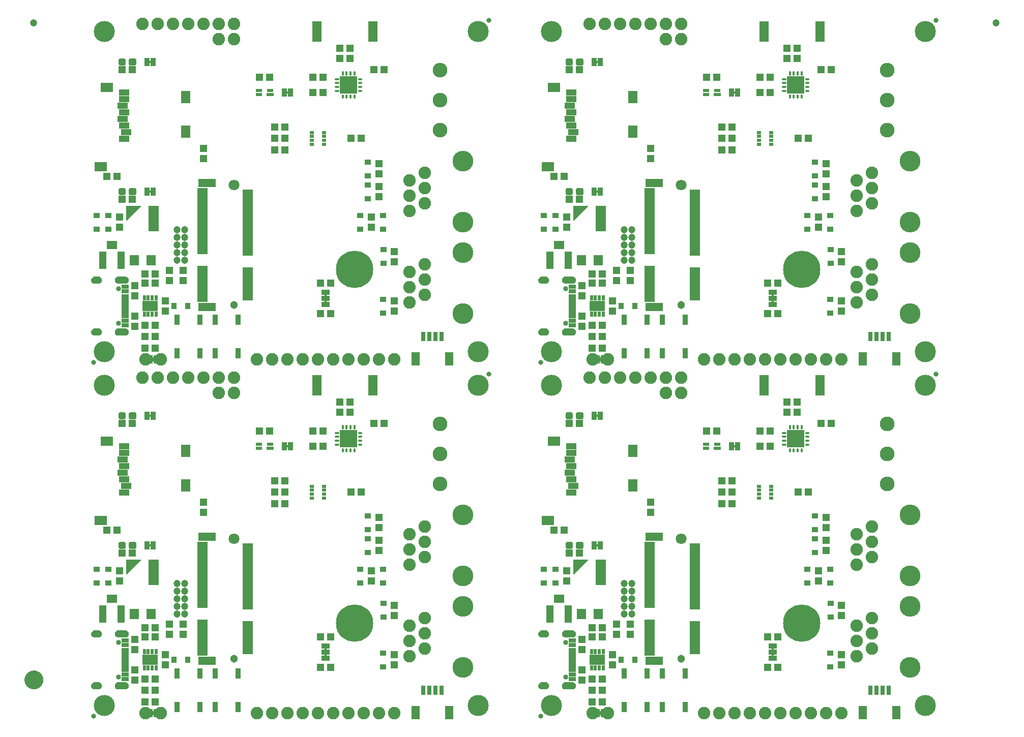
<source format=gts>
G04 EAGLE Gerber RS-274X export*
G75*
%MOMM*%
%FSLAX34Y34*%
%LPD*%
%INSoldermask Top*%
%IPPOS*%
%AMOC8*
5,1,8,0,0,1.08239X$1,22.5*%
G01*
%ADD10R,1.203200X0.503200*%
%ADD11R,1.203200X0.803200*%
%ADD12C,0.853200*%
%ADD13R,1.203200X1.303200*%
%ADD14R,0.503200X0.853200*%
%ADD15R,2.553200X1.803200*%
%ADD16R,1.303200X1.203200*%
%ADD17C,0.838200*%
%ADD18C,3.505200*%
%ADD19R,1.700000X4.200000*%
%ADD20R,1.033200X0.833200*%
%ADD21R,1.403200X2.203200*%
%ADD22R,0.803200X1.553200*%
%ADD23R,1.473200X0.863600*%
%ADD24R,0.965200X1.727200*%
%ADD25R,0.838200X1.473200*%
%ADD26R,1.203200X3.003200*%
%ADD27R,1.603200X1.803200*%
%ADD28C,2.082800*%
%ADD29C,1.203200*%
%ADD30R,1.603200X2.003200*%
%ADD31R,2.103200X1.603200*%
%ADD32R,1.703200X1.003200*%
%ADD33C,6.203200*%
%ADD34R,0.833200X1.033200*%
%ADD35R,0.703200X0.553200*%
%ADD36R,1.103200X0.553200*%
%ADD37R,1.203200X0.553200*%
%ADD38R,0.863600X1.473200*%
%ADD39C,0.505344*%
%ADD40C,2.453200*%
%ADD41C,3.454400*%
%ADD42R,2.903200X2.903200*%
%ADD43C,0.350000*%
%ADD44R,1.503200X3.403600*%
%ADD45C,1.303200*%
%ADD46C,1.803200*%
%ADD47R,1.753200X0.503200*%
%ADD48R,2.953200X1.403200*%
%ADD49C,1.270000*%
%ADD50C,1.703200*%

G36*
X806326Y833137D02*
X806326Y833137D01*
X806353Y833133D01*
X806394Y833151D01*
X806436Y833160D01*
X806472Y833186D01*
X806481Y833190D01*
X806485Y833195D01*
X806496Y833204D01*
X830496Y857204D01*
X830517Y857242D01*
X830546Y857275D01*
X830550Y857302D01*
X830563Y857326D01*
X830560Y857370D01*
X830567Y857413D01*
X830556Y857439D01*
X830554Y857466D01*
X830528Y857501D01*
X830510Y857541D01*
X830487Y857556D01*
X830471Y857578D01*
X830430Y857594D01*
X830394Y857618D01*
X830350Y857625D01*
X830341Y857628D01*
X830334Y857627D01*
X830320Y857629D01*
X806320Y857629D01*
X806304Y857624D01*
X806287Y857627D01*
X806237Y857605D01*
X806186Y857590D01*
X806175Y857577D01*
X806159Y857570D01*
X806129Y857525D01*
X806094Y857485D01*
X806091Y857468D01*
X806082Y857454D01*
X806071Y857380D01*
X806071Y833380D01*
X806083Y833338D01*
X806086Y833294D01*
X806102Y833272D01*
X806110Y833246D01*
X806143Y833217D01*
X806169Y833182D01*
X806195Y833172D01*
X806215Y833154D01*
X806259Y833147D01*
X806299Y833132D01*
X806326Y833137D01*
G37*
G36*
X62106Y833137D02*
X62106Y833137D01*
X62133Y833133D01*
X62174Y833151D01*
X62216Y833160D01*
X62252Y833186D01*
X62261Y833190D01*
X62265Y833195D01*
X62276Y833204D01*
X86276Y857204D01*
X86297Y857242D01*
X86326Y857275D01*
X86330Y857302D01*
X86343Y857326D01*
X86340Y857370D01*
X86347Y857413D01*
X86336Y857439D01*
X86334Y857466D01*
X86308Y857501D01*
X86290Y857541D01*
X86267Y857556D01*
X86251Y857578D01*
X86210Y857594D01*
X86174Y857618D01*
X86130Y857625D01*
X86121Y857628D01*
X86114Y857627D01*
X86100Y857629D01*
X62100Y857629D01*
X62084Y857624D01*
X62067Y857627D01*
X62017Y857605D01*
X61966Y857590D01*
X61955Y857577D01*
X61939Y857570D01*
X61909Y857525D01*
X61874Y857485D01*
X61871Y857468D01*
X61862Y857454D01*
X61851Y857380D01*
X61851Y833380D01*
X61863Y833338D01*
X61866Y833294D01*
X61882Y833272D01*
X61890Y833246D01*
X61923Y833217D01*
X61949Y833182D01*
X61975Y833172D01*
X61995Y833154D01*
X62039Y833147D01*
X62079Y833132D01*
X62106Y833137D01*
G37*
G36*
X806326Y243857D02*
X806326Y243857D01*
X806353Y243853D01*
X806394Y243871D01*
X806436Y243880D01*
X806472Y243906D01*
X806481Y243910D01*
X806485Y243915D01*
X806496Y243924D01*
X830496Y267924D01*
X830517Y267962D01*
X830546Y267995D01*
X830550Y268022D01*
X830563Y268046D01*
X830560Y268090D01*
X830567Y268133D01*
X830556Y268159D01*
X830554Y268186D01*
X830528Y268221D01*
X830510Y268261D01*
X830487Y268276D01*
X830471Y268298D01*
X830430Y268314D01*
X830394Y268338D01*
X830350Y268345D01*
X830341Y268348D01*
X830334Y268347D01*
X830320Y268349D01*
X806320Y268349D01*
X806304Y268344D01*
X806287Y268347D01*
X806237Y268325D01*
X806186Y268310D01*
X806175Y268297D01*
X806159Y268290D01*
X806129Y268245D01*
X806094Y268205D01*
X806091Y268188D01*
X806082Y268174D01*
X806071Y268100D01*
X806071Y244100D01*
X806083Y244058D01*
X806086Y244014D01*
X806102Y243992D01*
X806110Y243966D01*
X806143Y243937D01*
X806169Y243902D01*
X806195Y243892D01*
X806215Y243874D01*
X806259Y243867D01*
X806299Y243852D01*
X806326Y243857D01*
G37*
G36*
X62106Y243857D02*
X62106Y243857D01*
X62133Y243853D01*
X62174Y243871D01*
X62216Y243880D01*
X62252Y243906D01*
X62261Y243910D01*
X62265Y243915D01*
X62276Y243924D01*
X86276Y267924D01*
X86297Y267962D01*
X86326Y267995D01*
X86330Y268022D01*
X86343Y268046D01*
X86340Y268090D01*
X86347Y268133D01*
X86336Y268159D01*
X86334Y268186D01*
X86308Y268221D01*
X86290Y268261D01*
X86267Y268276D01*
X86251Y268298D01*
X86210Y268314D01*
X86174Y268338D01*
X86130Y268345D01*
X86121Y268348D01*
X86114Y268347D01*
X86100Y268349D01*
X62100Y268349D01*
X62084Y268344D01*
X62067Y268347D01*
X62017Y268325D01*
X61966Y268310D01*
X61955Y268297D01*
X61939Y268290D01*
X61909Y268245D01*
X61874Y268205D01*
X61871Y268188D01*
X61862Y268174D01*
X61851Y268100D01*
X61851Y244100D01*
X61863Y244058D01*
X61866Y244014D01*
X61882Y243992D01*
X61890Y243966D01*
X61923Y243937D01*
X61949Y243902D01*
X61975Y243892D01*
X61995Y243874D01*
X62039Y243867D01*
X62079Y243852D01*
X62106Y243857D01*
G37*
G36*
X60304Y728034D02*
X60304Y728034D01*
X60307Y728031D01*
X61429Y728186D01*
X61434Y728191D01*
X61438Y728188D01*
X62509Y728559D01*
X62513Y728565D01*
X62518Y728563D01*
X63495Y729136D01*
X63498Y729142D01*
X63503Y729141D01*
X64350Y729894D01*
X64352Y729901D01*
X64357Y729901D01*
X65041Y730804D01*
X65041Y730811D01*
X65046Y730812D01*
X65541Y731831D01*
X65539Y731838D01*
X65544Y731840D01*
X65831Y732937D01*
X65829Y732941D01*
X65831Y732942D01*
X65829Y732944D01*
X65832Y732946D01*
X65899Y734077D01*
X65897Y734081D01*
X65899Y734083D01*
X65832Y735214D01*
X65827Y735219D01*
X65831Y735223D01*
X65544Y736320D01*
X65538Y736324D01*
X65541Y736329D01*
X65046Y737348D01*
X65040Y737351D01*
X65041Y737356D01*
X64357Y738259D01*
X64350Y738261D01*
X64350Y738266D01*
X63503Y739019D01*
X63496Y739019D01*
X63495Y739024D01*
X62518Y739597D01*
X62511Y739596D01*
X62509Y739601D01*
X61438Y739972D01*
X61432Y739969D01*
X61429Y739974D01*
X60307Y740129D01*
X60302Y740126D01*
X60300Y740129D01*
X48300Y740129D01*
X48295Y740126D01*
X48292Y740129D01*
X47025Y739924D01*
X47019Y739918D01*
X47015Y739921D01*
X45825Y739439D01*
X45821Y739432D01*
X45815Y739434D01*
X44762Y738700D01*
X44760Y738692D01*
X44754Y738693D01*
X43891Y737743D01*
X43890Y737734D01*
X43885Y737734D01*
X43255Y736615D01*
X43256Y736607D01*
X43250Y736605D01*
X42885Y735375D01*
X42888Y735367D01*
X42883Y735364D01*
X42801Y734083D01*
X42804Y734079D01*
X42801Y734077D01*
X42883Y732796D01*
X42889Y732790D01*
X42885Y732785D01*
X43250Y731555D01*
X43257Y731550D01*
X43255Y731545D01*
X43885Y730426D01*
X43892Y730423D01*
X43891Y730417D01*
X44754Y729467D01*
X44762Y729466D01*
X44762Y729460D01*
X45815Y728726D01*
X45823Y728726D01*
X45825Y728721D01*
X47015Y728239D01*
X47022Y728241D01*
X47025Y728236D01*
X48292Y728031D01*
X48297Y728034D01*
X48300Y728031D01*
X60300Y728031D01*
X60304Y728034D01*
G37*
G36*
X804524Y641634D02*
X804524Y641634D01*
X804527Y641631D01*
X805649Y641786D01*
X805654Y641791D01*
X805658Y641788D01*
X806729Y642159D01*
X806733Y642165D01*
X806738Y642163D01*
X807715Y642736D01*
X807718Y642742D01*
X807723Y642741D01*
X808570Y643494D01*
X808572Y643501D01*
X808577Y643501D01*
X809261Y644404D01*
X809261Y644411D01*
X809266Y644412D01*
X809761Y645431D01*
X809759Y645438D01*
X809764Y645440D01*
X810051Y646537D01*
X810049Y646541D01*
X810051Y646542D01*
X810049Y646544D01*
X810052Y646546D01*
X810119Y647677D01*
X810117Y647681D01*
X810119Y647683D01*
X810052Y648814D01*
X810047Y648819D01*
X810051Y648823D01*
X809764Y649920D01*
X809758Y649924D01*
X809761Y649929D01*
X809266Y650948D01*
X809260Y650951D01*
X809261Y650956D01*
X808577Y651859D01*
X808570Y651861D01*
X808570Y651866D01*
X807723Y652619D01*
X807716Y652619D01*
X807715Y652624D01*
X806738Y653197D01*
X806731Y653196D01*
X806729Y653201D01*
X805658Y653572D01*
X805652Y653569D01*
X805649Y653574D01*
X804527Y653729D01*
X804522Y653726D01*
X804520Y653729D01*
X792520Y653729D01*
X792515Y653726D01*
X792512Y653729D01*
X791245Y653524D01*
X791239Y653518D01*
X791235Y653521D01*
X790045Y653039D01*
X790041Y653032D01*
X790035Y653034D01*
X788982Y652300D01*
X788980Y652292D01*
X788974Y652293D01*
X788111Y651343D01*
X788110Y651334D01*
X788105Y651334D01*
X787475Y650215D01*
X787476Y650207D01*
X787470Y650205D01*
X787105Y648975D01*
X787108Y648967D01*
X787103Y648964D01*
X787021Y647683D01*
X787024Y647679D01*
X787021Y647677D01*
X787103Y646396D01*
X787109Y646390D01*
X787105Y646385D01*
X787470Y645155D01*
X787477Y645150D01*
X787475Y645145D01*
X788105Y644026D01*
X788112Y644023D01*
X788111Y644017D01*
X788974Y643067D01*
X788982Y643066D01*
X788982Y643060D01*
X790035Y642326D01*
X790043Y642326D01*
X790045Y642321D01*
X791235Y641839D01*
X791242Y641841D01*
X791245Y641836D01*
X792512Y641631D01*
X792517Y641634D01*
X792520Y641631D01*
X804520Y641631D01*
X804524Y641634D01*
G37*
G36*
X804524Y728034D02*
X804524Y728034D01*
X804527Y728031D01*
X805649Y728186D01*
X805654Y728191D01*
X805658Y728188D01*
X806729Y728559D01*
X806733Y728565D01*
X806738Y728563D01*
X807715Y729136D01*
X807718Y729142D01*
X807723Y729141D01*
X808570Y729894D01*
X808572Y729901D01*
X808577Y729901D01*
X809261Y730804D01*
X809261Y730811D01*
X809266Y730812D01*
X809761Y731831D01*
X809759Y731838D01*
X809764Y731840D01*
X810051Y732937D01*
X810049Y732941D01*
X810051Y732942D01*
X810049Y732944D01*
X810052Y732946D01*
X810119Y734077D01*
X810117Y734081D01*
X810119Y734083D01*
X810052Y735214D01*
X810047Y735219D01*
X810051Y735223D01*
X809764Y736320D01*
X809758Y736324D01*
X809761Y736329D01*
X809266Y737348D01*
X809260Y737351D01*
X809261Y737356D01*
X808577Y738259D01*
X808570Y738261D01*
X808570Y738266D01*
X807723Y739019D01*
X807716Y739019D01*
X807715Y739024D01*
X806738Y739597D01*
X806731Y739596D01*
X806729Y739601D01*
X805658Y739972D01*
X805652Y739969D01*
X805649Y739974D01*
X804527Y740129D01*
X804522Y740126D01*
X804520Y740129D01*
X792520Y740129D01*
X792515Y740126D01*
X792512Y740129D01*
X791245Y739924D01*
X791239Y739918D01*
X791235Y739921D01*
X790045Y739439D01*
X790041Y739432D01*
X790035Y739434D01*
X788982Y738700D01*
X788980Y738692D01*
X788974Y738693D01*
X788111Y737743D01*
X788110Y737734D01*
X788105Y737734D01*
X787475Y736615D01*
X787476Y736607D01*
X787470Y736605D01*
X787105Y735375D01*
X787108Y735367D01*
X787103Y735364D01*
X787021Y734083D01*
X787024Y734079D01*
X787021Y734077D01*
X787103Y732796D01*
X787109Y732790D01*
X787105Y732785D01*
X787470Y731555D01*
X787477Y731550D01*
X787475Y731545D01*
X788105Y730426D01*
X788112Y730423D01*
X788111Y730417D01*
X788974Y729467D01*
X788982Y729466D01*
X788982Y729460D01*
X790035Y728726D01*
X790043Y728726D01*
X790045Y728721D01*
X791235Y728239D01*
X791242Y728241D01*
X791245Y728236D01*
X792512Y728031D01*
X792517Y728034D01*
X792520Y728031D01*
X804520Y728031D01*
X804524Y728034D01*
G37*
G36*
X60304Y641634D02*
X60304Y641634D01*
X60307Y641631D01*
X61429Y641786D01*
X61434Y641791D01*
X61438Y641788D01*
X62509Y642159D01*
X62513Y642165D01*
X62518Y642163D01*
X63495Y642736D01*
X63498Y642742D01*
X63503Y642741D01*
X64350Y643494D01*
X64352Y643501D01*
X64357Y643501D01*
X65041Y644404D01*
X65041Y644411D01*
X65046Y644412D01*
X65541Y645431D01*
X65539Y645438D01*
X65544Y645440D01*
X65831Y646537D01*
X65829Y646541D01*
X65831Y646542D01*
X65829Y646544D01*
X65832Y646546D01*
X65899Y647677D01*
X65897Y647681D01*
X65899Y647683D01*
X65832Y648814D01*
X65827Y648819D01*
X65831Y648823D01*
X65544Y649920D01*
X65538Y649924D01*
X65541Y649929D01*
X65046Y650948D01*
X65040Y650951D01*
X65041Y650956D01*
X64357Y651859D01*
X64350Y651861D01*
X64350Y651866D01*
X63503Y652619D01*
X63496Y652619D01*
X63495Y652624D01*
X62518Y653197D01*
X62511Y653196D01*
X62509Y653201D01*
X61438Y653572D01*
X61432Y653569D01*
X61429Y653574D01*
X60307Y653729D01*
X60302Y653726D01*
X60300Y653729D01*
X48300Y653729D01*
X48295Y653726D01*
X48292Y653729D01*
X47025Y653524D01*
X47019Y653518D01*
X47015Y653521D01*
X45825Y653039D01*
X45821Y653032D01*
X45815Y653034D01*
X44762Y652300D01*
X44760Y652292D01*
X44754Y652293D01*
X43891Y651343D01*
X43890Y651334D01*
X43885Y651334D01*
X43255Y650215D01*
X43256Y650207D01*
X43250Y650205D01*
X42885Y648975D01*
X42888Y648967D01*
X42883Y648964D01*
X42801Y647683D01*
X42804Y647679D01*
X42801Y647677D01*
X42883Y646396D01*
X42889Y646390D01*
X42885Y646385D01*
X43250Y645155D01*
X43257Y645150D01*
X43255Y645145D01*
X43885Y644026D01*
X43892Y644023D01*
X43891Y644017D01*
X44754Y643067D01*
X44762Y643066D01*
X44762Y643060D01*
X45815Y642326D01*
X45823Y642326D01*
X45825Y642321D01*
X47015Y641839D01*
X47022Y641841D01*
X47025Y641836D01*
X48292Y641631D01*
X48297Y641634D01*
X48300Y641631D01*
X60300Y641631D01*
X60304Y641634D01*
G37*
G36*
X804524Y138754D02*
X804524Y138754D01*
X804527Y138751D01*
X805649Y138906D01*
X805654Y138911D01*
X805658Y138908D01*
X806729Y139279D01*
X806733Y139285D01*
X806738Y139283D01*
X807715Y139856D01*
X807718Y139862D01*
X807723Y139861D01*
X808570Y140614D01*
X808572Y140621D01*
X808577Y140621D01*
X809261Y141524D01*
X809261Y141531D01*
X809266Y141532D01*
X809761Y142551D01*
X809759Y142558D01*
X809764Y142560D01*
X810051Y143657D01*
X810049Y143661D01*
X810051Y143662D01*
X810049Y143664D01*
X810052Y143666D01*
X810119Y144797D01*
X810117Y144801D01*
X810119Y144803D01*
X810052Y145934D01*
X810047Y145939D01*
X810051Y145943D01*
X809764Y147040D01*
X809758Y147044D01*
X809761Y147049D01*
X809266Y148068D01*
X809260Y148071D01*
X809261Y148076D01*
X808577Y148979D01*
X808570Y148981D01*
X808570Y148986D01*
X807723Y149739D01*
X807716Y149739D01*
X807715Y149744D01*
X806738Y150317D01*
X806731Y150316D01*
X806729Y150321D01*
X805658Y150692D01*
X805652Y150689D01*
X805649Y150694D01*
X804527Y150849D01*
X804522Y150846D01*
X804520Y150849D01*
X792520Y150849D01*
X792515Y150846D01*
X792512Y150849D01*
X791245Y150644D01*
X791239Y150638D01*
X791235Y150641D01*
X790045Y150159D01*
X790041Y150152D01*
X790035Y150154D01*
X788982Y149420D01*
X788980Y149412D01*
X788974Y149413D01*
X788111Y148463D01*
X788110Y148454D01*
X788105Y148454D01*
X787475Y147335D01*
X787476Y147327D01*
X787470Y147325D01*
X787105Y146095D01*
X787108Y146087D01*
X787103Y146084D01*
X787021Y144803D01*
X787024Y144799D01*
X787021Y144797D01*
X787103Y143516D01*
X787109Y143510D01*
X787105Y143505D01*
X787470Y142275D01*
X787477Y142270D01*
X787475Y142265D01*
X788105Y141146D01*
X788112Y141143D01*
X788111Y141137D01*
X788974Y140187D01*
X788982Y140186D01*
X788982Y140180D01*
X790035Y139446D01*
X790043Y139446D01*
X790045Y139441D01*
X791235Y138959D01*
X791242Y138961D01*
X791245Y138956D01*
X792512Y138751D01*
X792517Y138754D01*
X792520Y138751D01*
X804520Y138751D01*
X804524Y138754D01*
G37*
G36*
X60304Y138754D02*
X60304Y138754D01*
X60307Y138751D01*
X61429Y138906D01*
X61434Y138911D01*
X61438Y138908D01*
X62509Y139279D01*
X62513Y139285D01*
X62518Y139283D01*
X63495Y139856D01*
X63498Y139862D01*
X63503Y139861D01*
X64350Y140614D01*
X64352Y140621D01*
X64357Y140621D01*
X65041Y141524D01*
X65041Y141531D01*
X65046Y141532D01*
X65541Y142551D01*
X65539Y142558D01*
X65544Y142560D01*
X65831Y143657D01*
X65829Y143661D01*
X65831Y143662D01*
X65829Y143664D01*
X65832Y143666D01*
X65899Y144797D01*
X65897Y144801D01*
X65899Y144803D01*
X65832Y145934D01*
X65827Y145939D01*
X65831Y145943D01*
X65544Y147040D01*
X65538Y147044D01*
X65541Y147049D01*
X65046Y148068D01*
X65040Y148071D01*
X65041Y148076D01*
X64357Y148979D01*
X64350Y148981D01*
X64350Y148986D01*
X63503Y149739D01*
X63496Y149739D01*
X63495Y149744D01*
X62518Y150317D01*
X62511Y150316D01*
X62509Y150321D01*
X61438Y150692D01*
X61432Y150689D01*
X61429Y150694D01*
X60307Y150849D01*
X60302Y150846D01*
X60300Y150849D01*
X48300Y150849D01*
X48295Y150846D01*
X48292Y150849D01*
X47025Y150644D01*
X47019Y150638D01*
X47015Y150641D01*
X45825Y150159D01*
X45821Y150152D01*
X45815Y150154D01*
X44762Y149420D01*
X44760Y149412D01*
X44754Y149413D01*
X43891Y148463D01*
X43890Y148454D01*
X43885Y148454D01*
X43255Y147335D01*
X43256Y147327D01*
X43250Y147325D01*
X42885Y146095D01*
X42888Y146087D01*
X42883Y146084D01*
X42801Y144803D01*
X42804Y144799D01*
X42801Y144797D01*
X42883Y143516D01*
X42889Y143510D01*
X42885Y143505D01*
X43250Y142275D01*
X43257Y142270D01*
X43255Y142265D01*
X43885Y141146D01*
X43892Y141143D01*
X43891Y141137D01*
X44754Y140187D01*
X44762Y140186D01*
X44762Y140180D01*
X45815Y139446D01*
X45823Y139446D01*
X45825Y139441D01*
X47015Y138959D01*
X47022Y138961D01*
X47025Y138956D01*
X48292Y138751D01*
X48297Y138754D01*
X48300Y138751D01*
X60300Y138751D01*
X60304Y138754D01*
G37*
G36*
X60304Y52354D02*
X60304Y52354D01*
X60307Y52351D01*
X61429Y52506D01*
X61434Y52511D01*
X61438Y52508D01*
X62509Y52879D01*
X62513Y52885D01*
X62518Y52883D01*
X63495Y53456D01*
X63498Y53462D01*
X63503Y53461D01*
X64350Y54214D01*
X64352Y54221D01*
X64357Y54221D01*
X65041Y55124D01*
X65041Y55131D01*
X65046Y55132D01*
X65541Y56151D01*
X65539Y56158D01*
X65544Y56160D01*
X65831Y57257D01*
X65829Y57261D01*
X65831Y57262D01*
X65829Y57264D01*
X65832Y57266D01*
X65899Y58397D01*
X65897Y58401D01*
X65899Y58403D01*
X65832Y59534D01*
X65827Y59539D01*
X65831Y59543D01*
X65544Y60640D01*
X65538Y60644D01*
X65541Y60649D01*
X65046Y61668D01*
X65040Y61671D01*
X65041Y61676D01*
X64357Y62579D01*
X64350Y62581D01*
X64350Y62586D01*
X63503Y63339D01*
X63496Y63339D01*
X63495Y63344D01*
X62518Y63917D01*
X62511Y63916D01*
X62509Y63921D01*
X61438Y64292D01*
X61432Y64289D01*
X61429Y64294D01*
X60307Y64449D01*
X60302Y64446D01*
X60300Y64449D01*
X48300Y64449D01*
X48295Y64446D01*
X48292Y64449D01*
X47025Y64244D01*
X47019Y64238D01*
X47015Y64241D01*
X45825Y63759D01*
X45821Y63752D01*
X45815Y63754D01*
X44762Y63020D01*
X44760Y63012D01*
X44754Y63013D01*
X43891Y62063D01*
X43890Y62054D01*
X43885Y62054D01*
X43255Y60935D01*
X43256Y60927D01*
X43250Y60925D01*
X42885Y59695D01*
X42888Y59687D01*
X42883Y59684D01*
X42801Y58403D01*
X42804Y58399D01*
X42801Y58397D01*
X42883Y57116D01*
X42889Y57110D01*
X42885Y57105D01*
X43250Y55875D01*
X43257Y55870D01*
X43255Y55865D01*
X43885Y54746D01*
X43892Y54743D01*
X43891Y54737D01*
X44754Y53787D01*
X44762Y53786D01*
X44762Y53780D01*
X45815Y53046D01*
X45823Y53046D01*
X45825Y53041D01*
X47015Y52559D01*
X47022Y52561D01*
X47025Y52556D01*
X48292Y52351D01*
X48297Y52354D01*
X48300Y52351D01*
X60300Y52351D01*
X60304Y52354D01*
G37*
G36*
X804524Y52354D02*
X804524Y52354D01*
X804527Y52351D01*
X805649Y52506D01*
X805654Y52511D01*
X805658Y52508D01*
X806729Y52879D01*
X806733Y52885D01*
X806738Y52883D01*
X807715Y53456D01*
X807718Y53462D01*
X807723Y53461D01*
X808570Y54214D01*
X808572Y54221D01*
X808577Y54221D01*
X809261Y55124D01*
X809261Y55131D01*
X809266Y55132D01*
X809761Y56151D01*
X809759Y56158D01*
X809764Y56160D01*
X810051Y57257D01*
X810049Y57261D01*
X810051Y57262D01*
X810049Y57264D01*
X810052Y57266D01*
X810119Y58397D01*
X810117Y58401D01*
X810119Y58403D01*
X810052Y59534D01*
X810047Y59539D01*
X810051Y59543D01*
X809764Y60640D01*
X809758Y60644D01*
X809761Y60649D01*
X809266Y61668D01*
X809260Y61671D01*
X809261Y61676D01*
X808577Y62579D01*
X808570Y62581D01*
X808570Y62586D01*
X807723Y63339D01*
X807716Y63339D01*
X807715Y63344D01*
X806738Y63917D01*
X806731Y63916D01*
X806729Y63921D01*
X805658Y64292D01*
X805652Y64289D01*
X805649Y64294D01*
X804527Y64449D01*
X804522Y64446D01*
X804520Y64449D01*
X792520Y64449D01*
X792515Y64446D01*
X792512Y64449D01*
X791245Y64244D01*
X791239Y64238D01*
X791235Y64241D01*
X790045Y63759D01*
X790041Y63752D01*
X790035Y63754D01*
X788982Y63020D01*
X788980Y63012D01*
X788974Y63013D01*
X788111Y62063D01*
X788110Y62054D01*
X788105Y62054D01*
X787475Y60935D01*
X787476Y60927D01*
X787470Y60925D01*
X787105Y59695D01*
X787108Y59687D01*
X787103Y59684D01*
X787021Y58403D01*
X787024Y58399D01*
X787021Y58397D01*
X787103Y57116D01*
X787109Y57110D01*
X787105Y57105D01*
X787470Y55875D01*
X787477Y55870D01*
X787475Y55865D01*
X788105Y54746D01*
X788112Y54743D01*
X788111Y54737D01*
X788974Y53787D01*
X788982Y53786D01*
X788982Y53780D01*
X790035Y53046D01*
X790043Y53046D01*
X790045Y53041D01*
X791235Y52559D01*
X791242Y52561D01*
X791245Y52556D01*
X792512Y52351D01*
X792517Y52354D01*
X792520Y52351D01*
X804520Y52351D01*
X804524Y52354D01*
G37*
G36*
X759723Y641633D02*
X759723Y641633D01*
X759725Y641631D01*
X760901Y641742D01*
X760906Y641747D01*
X760910Y641744D01*
X762042Y642082D01*
X762046Y642088D01*
X762051Y642086D01*
X763095Y642638D01*
X763098Y642645D01*
X763103Y642643D01*
X764019Y643389D01*
X764020Y643396D01*
X764026Y643396D01*
X764779Y644306D01*
X764779Y644313D01*
X764784Y644314D01*
X765345Y645353D01*
X765344Y645358D01*
X765348Y645360D01*
X765347Y645361D01*
X765349Y645362D01*
X765696Y646491D01*
X765696Y646492D01*
X765697Y646493D01*
X765694Y646497D01*
X765698Y646500D01*
X765819Y647675D01*
X765815Y647682D01*
X765819Y647686D01*
X765662Y649026D01*
X765657Y649032D01*
X765660Y649037D01*
X765209Y650308D01*
X765202Y650313D01*
X765204Y650318D01*
X764482Y651457D01*
X764474Y651460D01*
X764475Y651466D01*
X763517Y652416D01*
X763509Y652417D01*
X763508Y652423D01*
X762363Y653136D01*
X762355Y653135D01*
X762353Y653141D01*
X761077Y653581D01*
X761070Y653579D01*
X761067Y653583D01*
X759725Y653729D01*
X759722Y653727D01*
X759720Y653729D01*
X753720Y653729D01*
X753717Y653727D01*
X753714Y653729D01*
X752385Y653574D01*
X752379Y653568D01*
X752375Y653571D01*
X751114Y653124D01*
X751109Y653117D01*
X751104Y653119D01*
X749974Y652402D01*
X749971Y652395D01*
X749965Y652396D01*
X749023Y651446D01*
X749022Y651437D01*
X749016Y651437D01*
X748309Y650301D01*
X748310Y650293D01*
X748304Y650291D01*
X747868Y649026D01*
X747870Y649018D01*
X747865Y649016D01*
X747721Y647685D01*
X747725Y647679D01*
X747721Y647675D01*
X747831Y646509D01*
X747836Y646504D01*
X747833Y646500D01*
X748168Y645377D01*
X748174Y645373D01*
X748172Y645369D01*
X748720Y644333D01*
X748726Y644330D01*
X748725Y644325D01*
X749464Y643417D01*
X749471Y643415D01*
X749471Y643410D01*
X750373Y642663D01*
X750381Y642663D01*
X750381Y642658D01*
X751412Y642101D01*
X751419Y642102D01*
X751421Y642097D01*
X752540Y641753D01*
X752547Y641755D01*
X752550Y641751D01*
X753715Y641631D01*
X753718Y641633D01*
X753720Y641631D01*
X759720Y641631D01*
X759723Y641633D01*
G37*
G36*
X15503Y641633D02*
X15503Y641633D01*
X15505Y641631D01*
X16681Y641742D01*
X16686Y641747D01*
X16690Y641744D01*
X17822Y642082D01*
X17826Y642088D01*
X17831Y642086D01*
X18875Y642638D01*
X18878Y642645D01*
X18883Y642643D01*
X19799Y643389D01*
X19800Y643396D01*
X19806Y643396D01*
X20559Y644306D01*
X20559Y644313D01*
X20564Y644314D01*
X21125Y645353D01*
X21124Y645358D01*
X21128Y645360D01*
X21127Y645361D01*
X21129Y645362D01*
X21476Y646491D01*
X21476Y646492D01*
X21477Y646493D01*
X21474Y646497D01*
X21478Y646500D01*
X21599Y647675D01*
X21595Y647682D01*
X21599Y647686D01*
X21442Y649026D01*
X21437Y649032D01*
X21440Y649037D01*
X20989Y650308D01*
X20982Y650313D01*
X20984Y650318D01*
X20262Y651457D01*
X20254Y651460D01*
X20255Y651466D01*
X19297Y652416D01*
X19289Y652417D01*
X19288Y652423D01*
X18143Y653136D01*
X18135Y653135D01*
X18133Y653141D01*
X16857Y653581D01*
X16850Y653579D01*
X16847Y653583D01*
X15505Y653729D01*
X15502Y653727D01*
X15500Y653729D01*
X9500Y653729D01*
X9497Y653727D01*
X9494Y653729D01*
X8165Y653574D01*
X8159Y653568D01*
X8155Y653571D01*
X6894Y653124D01*
X6889Y653117D01*
X6884Y653119D01*
X5754Y652402D01*
X5751Y652395D01*
X5745Y652396D01*
X4803Y651446D01*
X4802Y651437D01*
X4796Y651437D01*
X4089Y650301D01*
X4090Y650293D01*
X4084Y650291D01*
X3648Y649026D01*
X3650Y649018D01*
X3645Y649016D01*
X3501Y647685D01*
X3505Y647679D01*
X3501Y647675D01*
X3611Y646509D01*
X3616Y646504D01*
X3613Y646500D01*
X3948Y645377D01*
X3954Y645373D01*
X3952Y645369D01*
X4500Y644333D01*
X4506Y644330D01*
X4505Y644325D01*
X5244Y643417D01*
X5251Y643415D01*
X5251Y643410D01*
X6153Y642663D01*
X6161Y642663D01*
X6161Y642658D01*
X7192Y642101D01*
X7199Y642102D01*
X7201Y642097D01*
X8320Y641753D01*
X8327Y641755D01*
X8330Y641751D01*
X9495Y641631D01*
X9498Y641633D01*
X9500Y641631D01*
X15500Y641631D01*
X15503Y641633D01*
G37*
G36*
X759723Y138753D02*
X759723Y138753D01*
X759725Y138751D01*
X760901Y138862D01*
X760906Y138867D01*
X760910Y138864D01*
X762042Y139202D01*
X762046Y139208D01*
X762051Y139206D01*
X763095Y139758D01*
X763098Y139765D01*
X763103Y139763D01*
X764019Y140509D01*
X764020Y140516D01*
X764026Y140516D01*
X764779Y141426D01*
X764779Y141433D01*
X764784Y141434D01*
X765345Y142473D01*
X765344Y142478D01*
X765348Y142480D01*
X765347Y142481D01*
X765349Y142482D01*
X765696Y143611D01*
X765696Y143612D01*
X765697Y143613D01*
X765694Y143617D01*
X765698Y143620D01*
X765819Y144795D01*
X765815Y144802D01*
X765819Y144806D01*
X765662Y146146D01*
X765657Y146152D01*
X765660Y146157D01*
X765209Y147428D01*
X765202Y147433D01*
X765204Y147438D01*
X764482Y148577D01*
X764474Y148580D01*
X764475Y148586D01*
X763517Y149536D01*
X763509Y149537D01*
X763508Y149543D01*
X762363Y150256D01*
X762355Y150255D01*
X762353Y150261D01*
X761077Y150701D01*
X761070Y150699D01*
X761067Y150703D01*
X759725Y150849D01*
X759722Y150847D01*
X759720Y150849D01*
X753720Y150849D01*
X753717Y150847D01*
X753714Y150849D01*
X752385Y150694D01*
X752379Y150688D01*
X752375Y150691D01*
X751114Y150244D01*
X751109Y150237D01*
X751104Y150239D01*
X749974Y149522D01*
X749971Y149515D01*
X749965Y149516D01*
X749023Y148566D01*
X749022Y148557D01*
X749016Y148557D01*
X748309Y147421D01*
X748310Y147413D01*
X748304Y147411D01*
X747868Y146146D01*
X747870Y146138D01*
X747865Y146136D01*
X747721Y144805D01*
X747725Y144799D01*
X747721Y144795D01*
X747831Y143629D01*
X747836Y143624D01*
X747833Y143620D01*
X748168Y142497D01*
X748174Y142493D01*
X748172Y142489D01*
X748720Y141453D01*
X748726Y141450D01*
X748725Y141445D01*
X749464Y140537D01*
X749471Y140535D01*
X749471Y140530D01*
X750373Y139783D01*
X750381Y139783D01*
X750381Y139778D01*
X751412Y139221D01*
X751419Y139222D01*
X751421Y139217D01*
X752540Y138873D01*
X752547Y138875D01*
X752550Y138871D01*
X753715Y138751D01*
X753718Y138753D01*
X753720Y138751D01*
X759720Y138751D01*
X759723Y138753D01*
G37*
G36*
X15503Y728033D02*
X15503Y728033D01*
X15505Y728031D01*
X16681Y728142D01*
X16686Y728147D01*
X16690Y728144D01*
X17822Y728482D01*
X17826Y728488D01*
X17831Y728486D01*
X18875Y729038D01*
X18878Y729045D01*
X18883Y729043D01*
X19799Y729789D01*
X19800Y729796D01*
X19806Y729796D01*
X20559Y730706D01*
X20559Y730713D01*
X20564Y730714D01*
X21125Y731753D01*
X21124Y731758D01*
X21128Y731760D01*
X21127Y731761D01*
X21129Y731762D01*
X21476Y732891D01*
X21476Y732892D01*
X21477Y732893D01*
X21474Y732897D01*
X21478Y732900D01*
X21599Y734075D01*
X21595Y734082D01*
X21599Y734086D01*
X21442Y735426D01*
X21437Y735432D01*
X21440Y735437D01*
X20989Y736708D01*
X20982Y736713D01*
X20984Y736718D01*
X20262Y737857D01*
X20254Y737860D01*
X20255Y737866D01*
X19297Y738816D01*
X19289Y738817D01*
X19288Y738823D01*
X18143Y739536D01*
X18135Y739535D01*
X18133Y739541D01*
X16857Y739981D01*
X16850Y739979D01*
X16847Y739983D01*
X15505Y740129D01*
X15502Y740127D01*
X15500Y740129D01*
X9500Y740129D01*
X9497Y740127D01*
X9494Y740129D01*
X8165Y739974D01*
X8159Y739968D01*
X8155Y739971D01*
X6894Y739524D01*
X6889Y739517D01*
X6884Y739519D01*
X5754Y738802D01*
X5751Y738795D01*
X5745Y738796D01*
X4803Y737846D01*
X4802Y737837D01*
X4796Y737837D01*
X4089Y736701D01*
X4090Y736693D01*
X4084Y736691D01*
X3648Y735426D01*
X3650Y735418D01*
X3645Y735416D01*
X3501Y734085D01*
X3505Y734079D01*
X3501Y734075D01*
X3611Y732909D01*
X3616Y732904D01*
X3613Y732900D01*
X3948Y731777D01*
X3954Y731773D01*
X3952Y731769D01*
X4500Y730733D01*
X4506Y730730D01*
X4505Y730725D01*
X5244Y729817D01*
X5251Y729815D01*
X5251Y729810D01*
X6153Y729063D01*
X6161Y729063D01*
X6161Y729058D01*
X7192Y728501D01*
X7199Y728502D01*
X7201Y728497D01*
X8320Y728153D01*
X8327Y728155D01*
X8330Y728151D01*
X9495Y728031D01*
X9498Y728033D01*
X9500Y728031D01*
X15500Y728031D01*
X15503Y728033D01*
G37*
G36*
X759723Y728033D02*
X759723Y728033D01*
X759725Y728031D01*
X760901Y728142D01*
X760906Y728147D01*
X760910Y728144D01*
X762042Y728482D01*
X762046Y728488D01*
X762051Y728486D01*
X763095Y729038D01*
X763098Y729045D01*
X763103Y729043D01*
X764019Y729789D01*
X764020Y729796D01*
X764026Y729796D01*
X764779Y730706D01*
X764779Y730713D01*
X764784Y730714D01*
X765345Y731753D01*
X765344Y731758D01*
X765348Y731760D01*
X765347Y731761D01*
X765349Y731762D01*
X765696Y732891D01*
X765696Y732892D01*
X765697Y732893D01*
X765694Y732897D01*
X765698Y732900D01*
X765819Y734075D01*
X765815Y734082D01*
X765819Y734086D01*
X765662Y735426D01*
X765657Y735432D01*
X765660Y735437D01*
X765209Y736708D01*
X765202Y736713D01*
X765204Y736718D01*
X764482Y737857D01*
X764474Y737860D01*
X764475Y737866D01*
X763517Y738816D01*
X763509Y738817D01*
X763508Y738823D01*
X762363Y739536D01*
X762355Y739535D01*
X762353Y739541D01*
X761077Y739981D01*
X761070Y739979D01*
X761067Y739983D01*
X759725Y740129D01*
X759722Y740127D01*
X759720Y740129D01*
X753720Y740129D01*
X753717Y740127D01*
X753714Y740129D01*
X752385Y739974D01*
X752379Y739968D01*
X752375Y739971D01*
X751114Y739524D01*
X751109Y739517D01*
X751104Y739519D01*
X749974Y738802D01*
X749971Y738795D01*
X749965Y738796D01*
X749023Y737846D01*
X749022Y737837D01*
X749016Y737837D01*
X748309Y736701D01*
X748310Y736693D01*
X748304Y736691D01*
X747868Y735426D01*
X747870Y735418D01*
X747865Y735416D01*
X747721Y734085D01*
X747725Y734079D01*
X747721Y734075D01*
X747831Y732909D01*
X747836Y732904D01*
X747833Y732900D01*
X748168Y731777D01*
X748174Y731773D01*
X748172Y731769D01*
X748720Y730733D01*
X748726Y730730D01*
X748725Y730725D01*
X749464Y729817D01*
X749471Y729815D01*
X749471Y729810D01*
X750373Y729063D01*
X750381Y729063D01*
X750381Y729058D01*
X751412Y728501D01*
X751419Y728502D01*
X751421Y728497D01*
X752540Y728153D01*
X752547Y728155D01*
X752550Y728151D01*
X753715Y728031D01*
X753718Y728033D01*
X753720Y728031D01*
X759720Y728031D01*
X759723Y728033D01*
G37*
G36*
X15503Y138753D02*
X15503Y138753D01*
X15505Y138751D01*
X16681Y138862D01*
X16686Y138867D01*
X16690Y138864D01*
X17822Y139202D01*
X17826Y139208D01*
X17831Y139206D01*
X18875Y139758D01*
X18878Y139765D01*
X18883Y139763D01*
X19799Y140509D01*
X19800Y140516D01*
X19806Y140516D01*
X20559Y141426D01*
X20559Y141433D01*
X20564Y141434D01*
X21125Y142473D01*
X21124Y142478D01*
X21128Y142480D01*
X21127Y142481D01*
X21129Y142482D01*
X21476Y143611D01*
X21476Y143612D01*
X21477Y143613D01*
X21474Y143617D01*
X21478Y143620D01*
X21599Y144795D01*
X21595Y144802D01*
X21599Y144806D01*
X21442Y146146D01*
X21437Y146152D01*
X21440Y146157D01*
X20989Y147428D01*
X20982Y147433D01*
X20984Y147438D01*
X20262Y148577D01*
X20254Y148580D01*
X20255Y148586D01*
X19297Y149536D01*
X19289Y149537D01*
X19288Y149543D01*
X18143Y150256D01*
X18135Y150255D01*
X18133Y150261D01*
X16857Y150701D01*
X16850Y150699D01*
X16847Y150703D01*
X15505Y150849D01*
X15502Y150847D01*
X15500Y150849D01*
X9500Y150849D01*
X9497Y150847D01*
X9494Y150849D01*
X8165Y150694D01*
X8159Y150688D01*
X8155Y150691D01*
X6894Y150244D01*
X6889Y150237D01*
X6884Y150239D01*
X5754Y149522D01*
X5751Y149515D01*
X5745Y149516D01*
X4803Y148566D01*
X4802Y148557D01*
X4796Y148557D01*
X4089Y147421D01*
X4090Y147413D01*
X4084Y147411D01*
X3648Y146146D01*
X3650Y146138D01*
X3645Y146136D01*
X3501Y144805D01*
X3505Y144799D01*
X3501Y144795D01*
X3611Y143629D01*
X3616Y143624D01*
X3613Y143620D01*
X3948Y142497D01*
X3954Y142493D01*
X3952Y142489D01*
X4500Y141453D01*
X4506Y141450D01*
X4505Y141445D01*
X5244Y140537D01*
X5251Y140535D01*
X5251Y140530D01*
X6153Y139783D01*
X6161Y139783D01*
X6161Y139778D01*
X7192Y139221D01*
X7199Y139222D01*
X7201Y139217D01*
X8320Y138873D01*
X8327Y138875D01*
X8330Y138871D01*
X9495Y138751D01*
X9498Y138753D01*
X9500Y138751D01*
X15500Y138751D01*
X15503Y138753D01*
G37*
G36*
X759723Y52353D02*
X759723Y52353D01*
X759725Y52351D01*
X760901Y52462D01*
X760906Y52467D01*
X760910Y52464D01*
X762042Y52802D01*
X762046Y52808D01*
X762051Y52806D01*
X763095Y53358D01*
X763098Y53365D01*
X763103Y53363D01*
X764019Y54109D01*
X764020Y54116D01*
X764026Y54116D01*
X764779Y55026D01*
X764779Y55033D01*
X764784Y55034D01*
X765345Y56073D01*
X765344Y56078D01*
X765348Y56080D01*
X765347Y56081D01*
X765349Y56082D01*
X765696Y57211D01*
X765696Y57212D01*
X765697Y57213D01*
X765694Y57217D01*
X765698Y57220D01*
X765819Y58395D01*
X765815Y58402D01*
X765819Y58406D01*
X765662Y59746D01*
X765657Y59752D01*
X765660Y59757D01*
X765209Y61028D01*
X765202Y61033D01*
X765204Y61038D01*
X764482Y62177D01*
X764474Y62180D01*
X764475Y62186D01*
X763517Y63136D01*
X763509Y63137D01*
X763508Y63143D01*
X762363Y63856D01*
X762355Y63855D01*
X762353Y63861D01*
X761077Y64301D01*
X761070Y64299D01*
X761067Y64303D01*
X759725Y64449D01*
X759722Y64447D01*
X759720Y64449D01*
X753720Y64449D01*
X753717Y64447D01*
X753714Y64449D01*
X752385Y64294D01*
X752379Y64288D01*
X752375Y64291D01*
X751114Y63844D01*
X751109Y63837D01*
X751104Y63839D01*
X749974Y63122D01*
X749971Y63115D01*
X749965Y63116D01*
X749023Y62166D01*
X749022Y62157D01*
X749016Y62157D01*
X748309Y61021D01*
X748310Y61013D01*
X748304Y61011D01*
X747868Y59746D01*
X747870Y59738D01*
X747865Y59736D01*
X747721Y58405D01*
X747725Y58399D01*
X747721Y58395D01*
X747831Y57229D01*
X747836Y57224D01*
X747833Y57220D01*
X748168Y56097D01*
X748174Y56093D01*
X748172Y56089D01*
X748720Y55053D01*
X748726Y55050D01*
X748725Y55045D01*
X749464Y54137D01*
X749471Y54135D01*
X749471Y54130D01*
X750373Y53383D01*
X750381Y53383D01*
X750381Y53378D01*
X751412Y52821D01*
X751419Y52822D01*
X751421Y52817D01*
X752540Y52473D01*
X752547Y52475D01*
X752550Y52471D01*
X753715Y52351D01*
X753718Y52353D01*
X753720Y52351D01*
X759720Y52351D01*
X759723Y52353D01*
G37*
G36*
X15503Y52353D02*
X15503Y52353D01*
X15505Y52351D01*
X16681Y52462D01*
X16686Y52467D01*
X16690Y52464D01*
X17822Y52802D01*
X17826Y52808D01*
X17831Y52806D01*
X18875Y53358D01*
X18878Y53365D01*
X18883Y53363D01*
X19799Y54109D01*
X19800Y54116D01*
X19806Y54116D01*
X20559Y55026D01*
X20559Y55033D01*
X20564Y55034D01*
X21125Y56073D01*
X21124Y56078D01*
X21128Y56080D01*
X21127Y56081D01*
X21129Y56082D01*
X21476Y57211D01*
X21476Y57212D01*
X21477Y57213D01*
X21474Y57217D01*
X21478Y57220D01*
X21599Y58395D01*
X21595Y58402D01*
X21599Y58406D01*
X21442Y59746D01*
X21437Y59752D01*
X21440Y59757D01*
X20989Y61028D01*
X20982Y61033D01*
X20984Y61038D01*
X20262Y62177D01*
X20254Y62180D01*
X20255Y62186D01*
X19297Y63136D01*
X19289Y63137D01*
X19288Y63143D01*
X18143Y63856D01*
X18135Y63855D01*
X18133Y63861D01*
X16857Y64301D01*
X16850Y64299D01*
X16847Y64303D01*
X15505Y64449D01*
X15502Y64447D01*
X15500Y64449D01*
X9500Y64449D01*
X9497Y64447D01*
X9494Y64449D01*
X8165Y64294D01*
X8159Y64288D01*
X8155Y64291D01*
X6894Y63844D01*
X6889Y63837D01*
X6884Y63839D01*
X5754Y63122D01*
X5751Y63115D01*
X5745Y63116D01*
X4803Y62166D01*
X4802Y62157D01*
X4796Y62157D01*
X4089Y61021D01*
X4090Y61013D01*
X4084Y61011D01*
X3648Y59746D01*
X3650Y59738D01*
X3645Y59736D01*
X3501Y58405D01*
X3505Y58399D01*
X3501Y58395D01*
X3611Y57229D01*
X3616Y57224D01*
X3613Y57220D01*
X3948Y56097D01*
X3954Y56093D01*
X3952Y56089D01*
X4500Y55053D01*
X4506Y55050D01*
X4505Y55045D01*
X5244Y54137D01*
X5251Y54135D01*
X5251Y54130D01*
X6153Y53383D01*
X6161Y53383D01*
X6161Y53378D01*
X7192Y52821D01*
X7199Y52822D01*
X7201Y52817D01*
X8320Y52473D01*
X8327Y52475D01*
X8330Y52471D01*
X9495Y52351D01*
X9498Y52353D01*
X9500Y52351D01*
X15500Y52351D01*
X15503Y52353D01*
G37*
G36*
X852870Y598563D02*
X852870Y598563D01*
X852936Y598565D01*
X852979Y598583D01*
X853026Y598591D01*
X853083Y598625D01*
X853143Y598650D01*
X853178Y598681D01*
X853219Y598706D01*
X853261Y598757D01*
X853309Y598801D01*
X853331Y598843D01*
X853360Y598880D01*
X853381Y598942D01*
X853412Y599001D01*
X853420Y599055D01*
X853432Y599092D01*
X853431Y599132D01*
X853439Y599186D01*
X853439Y604774D01*
X853428Y604839D01*
X853426Y604905D01*
X853408Y604948D01*
X853400Y604995D01*
X853366Y605052D01*
X853341Y605112D01*
X853310Y605147D01*
X853285Y605188D01*
X853234Y605230D01*
X853190Y605278D01*
X853148Y605300D01*
X853111Y605329D01*
X853049Y605350D01*
X852990Y605381D01*
X852936Y605389D01*
X852899Y605401D01*
X852859Y605400D01*
X852805Y605408D01*
X848995Y605408D01*
X848930Y605397D01*
X848864Y605395D01*
X848821Y605377D01*
X848774Y605369D01*
X848717Y605335D01*
X848657Y605310D01*
X848622Y605279D01*
X848581Y605254D01*
X848540Y605203D01*
X848491Y605159D01*
X848469Y605117D01*
X848440Y605080D01*
X848419Y605018D01*
X848388Y604959D01*
X848380Y604905D01*
X848368Y604868D01*
X848369Y604828D01*
X848361Y604774D01*
X848361Y599186D01*
X848372Y599121D01*
X848374Y599055D01*
X848392Y599012D01*
X848400Y598965D01*
X848434Y598908D01*
X848459Y598848D01*
X848490Y598813D01*
X848515Y598772D01*
X848566Y598731D01*
X848610Y598682D01*
X848652Y598660D01*
X848689Y598631D01*
X848751Y598610D01*
X848810Y598579D01*
X848864Y598571D01*
X848901Y598559D01*
X848941Y598560D01*
X848995Y598552D01*
X852805Y598552D01*
X852870Y598563D01*
G37*
G36*
X108650Y598563D02*
X108650Y598563D01*
X108716Y598565D01*
X108759Y598583D01*
X108806Y598591D01*
X108863Y598625D01*
X108923Y598650D01*
X108958Y598681D01*
X108999Y598706D01*
X109041Y598757D01*
X109089Y598801D01*
X109111Y598843D01*
X109140Y598880D01*
X109161Y598942D01*
X109192Y599001D01*
X109200Y599055D01*
X109212Y599092D01*
X109211Y599132D01*
X109219Y599186D01*
X109219Y604774D01*
X109208Y604839D01*
X109206Y604905D01*
X109188Y604948D01*
X109180Y604995D01*
X109146Y605052D01*
X109121Y605112D01*
X109090Y605147D01*
X109065Y605188D01*
X109014Y605230D01*
X108970Y605278D01*
X108928Y605300D01*
X108891Y605329D01*
X108829Y605350D01*
X108770Y605381D01*
X108716Y605389D01*
X108679Y605401D01*
X108639Y605400D01*
X108585Y605408D01*
X104775Y605408D01*
X104710Y605397D01*
X104644Y605395D01*
X104601Y605377D01*
X104554Y605369D01*
X104497Y605335D01*
X104437Y605310D01*
X104402Y605279D01*
X104361Y605254D01*
X104320Y605203D01*
X104271Y605159D01*
X104249Y605117D01*
X104220Y605080D01*
X104199Y605018D01*
X104168Y604959D01*
X104160Y604905D01*
X104148Y604868D01*
X104149Y604828D01*
X104141Y604774D01*
X104141Y599186D01*
X104152Y599121D01*
X104154Y599055D01*
X104172Y599012D01*
X104180Y598965D01*
X104214Y598908D01*
X104239Y598848D01*
X104270Y598813D01*
X104295Y598772D01*
X104346Y598731D01*
X104390Y598682D01*
X104432Y598660D01*
X104469Y598631D01*
X104531Y598610D01*
X104590Y598579D01*
X104644Y598571D01*
X104681Y598559D01*
X104721Y598560D01*
X104775Y598552D01*
X108585Y598552D01*
X108650Y598563D01*
G37*
G36*
X108650Y9283D02*
X108650Y9283D01*
X108716Y9285D01*
X108759Y9303D01*
X108806Y9311D01*
X108863Y9345D01*
X108923Y9370D01*
X108958Y9401D01*
X108999Y9426D01*
X109041Y9477D01*
X109089Y9521D01*
X109111Y9563D01*
X109140Y9600D01*
X109161Y9662D01*
X109192Y9721D01*
X109200Y9775D01*
X109212Y9812D01*
X109211Y9852D01*
X109219Y9906D01*
X109219Y15494D01*
X109208Y15559D01*
X109206Y15625D01*
X109188Y15668D01*
X109180Y15715D01*
X109146Y15772D01*
X109121Y15832D01*
X109090Y15867D01*
X109065Y15908D01*
X109014Y15950D01*
X108970Y15998D01*
X108928Y16020D01*
X108891Y16049D01*
X108829Y16070D01*
X108770Y16101D01*
X108716Y16109D01*
X108679Y16121D01*
X108639Y16120D01*
X108585Y16128D01*
X104775Y16128D01*
X104710Y16117D01*
X104644Y16115D01*
X104601Y16097D01*
X104554Y16089D01*
X104497Y16055D01*
X104437Y16030D01*
X104402Y15999D01*
X104361Y15974D01*
X104320Y15923D01*
X104271Y15879D01*
X104249Y15837D01*
X104220Y15800D01*
X104199Y15738D01*
X104168Y15679D01*
X104160Y15625D01*
X104148Y15588D01*
X104149Y15548D01*
X104141Y15494D01*
X104141Y9906D01*
X104152Y9841D01*
X104154Y9775D01*
X104172Y9732D01*
X104180Y9685D01*
X104214Y9628D01*
X104239Y9568D01*
X104270Y9533D01*
X104295Y9492D01*
X104346Y9451D01*
X104390Y9402D01*
X104432Y9380D01*
X104469Y9351D01*
X104531Y9330D01*
X104590Y9299D01*
X104644Y9291D01*
X104681Y9279D01*
X104721Y9280D01*
X104775Y9272D01*
X108585Y9272D01*
X108650Y9283D01*
G37*
G36*
X852870Y9283D02*
X852870Y9283D01*
X852936Y9285D01*
X852979Y9303D01*
X853026Y9311D01*
X853083Y9345D01*
X853143Y9370D01*
X853178Y9401D01*
X853219Y9426D01*
X853261Y9477D01*
X853309Y9521D01*
X853331Y9563D01*
X853360Y9600D01*
X853381Y9662D01*
X853412Y9721D01*
X853420Y9775D01*
X853432Y9812D01*
X853431Y9852D01*
X853439Y9906D01*
X853439Y15494D01*
X853428Y15559D01*
X853426Y15625D01*
X853408Y15668D01*
X853400Y15715D01*
X853366Y15772D01*
X853341Y15832D01*
X853310Y15867D01*
X853285Y15908D01*
X853234Y15950D01*
X853190Y15998D01*
X853148Y16020D01*
X853111Y16049D01*
X853049Y16070D01*
X852990Y16101D01*
X852936Y16109D01*
X852899Y16121D01*
X852859Y16120D01*
X852805Y16128D01*
X848995Y16128D01*
X848930Y16117D01*
X848864Y16115D01*
X848821Y16097D01*
X848774Y16089D01*
X848717Y16055D01*
X848657Y16030D01*
X848622Y15999D01*
X848581Y15974D01*
X848540Y15923D01*
X848491Y15879D01*
X848469Y15837D01*
X848440Y15800D01*
X848419Y15738D01*
X848388Y15679D01*
X848380Y15625D01*
X848368Y15588D01*
X848369Y15548D01*
X848361Y15494D01*
X848361Y9906D01*
X848372Y9841D01*
X848374Y9775D01*
X848392Y9732D01*
X848400Y9685D01*
X848434Y9628D01*
X848459Y9568D01*
X848490Y9533D01*
X848515Y9492D01*
X848566Y9451D01*
X848610Y9402D01*
X848652Y9380D01*
X848689Y9351D01*
X848751Y9330D01*
X848810Y9299D01*
X848864Y9291D01*
X848901Y9279D01*
X848941Y9280D01*
X848995Y9272D01*
X852805Y9272D01*
X852870Y9283D01*
G37*
G36*
X395035Y706132D02*
X395035Y706132D01*
X395101Y706134D01*
X395144Y706152D01*
X395191Y706160D01*
X395248Y706194D01*
X395308Y706219D01*
X395343Y706250D01*
X395384Y706275D01*
X395426Y706326D01*
X395474Y706370D01*
X395496Y706412D01*
X395525Y706449D01*
X395546Y706511D01*
X395577Y706570D01*
X395585Y706624D01*
X395597Y706661D01*
X395596Y706701D01*
X395604Y706755D01*
X395604Y710565D01*
X395593Y710630D01*
X395591Y710696D01*
X395573Y710739D01*
X395565Y710786D01*
X395531Y710843D01*
X395506Y710903D01*
X395475Y710938D01*
X395450Y710979D01*
X395399Y711021D01*
X395355Y711069D01*
X395313Y711091D01*
X395276Y711120D01*
X395214Y711141D01*
X395155Y711172D01*
X395101Y711180D01*
X395064Y711192D01*
X395024Y711191D01*
X394970Y711199D01*
X392430Y711199D01*
X392365Y711188D01*
X392299Y711186D01*
X392256Y711168D01*
X392209Y711160D01*
X392152Y711126D01*
X392092Y711101D01*
X392057Y711070D01*
X392016Y711045D01*
X391975Y710994D01*
X391926Y710950D01*
X391904Y710908D01*
X391875Y710871D01*
X391854Y710809D01*
X391823Y710750D01*
X391815Y710696D01*
X391803Y710659D01*
X391803Y710655D01*
X391803Y710654D01*
X391804Y710619D01*
X391796Y710565D01*
X391796Y706755D01*
X391807Y706690D01*
X391809Y706624D01*
X391827Y706581D01*
X391835Y706534D01*
X391869Y706477D01*
X391894Y706417D01*
X391925Y706382D01*
X391950Y706341D01*
X392001Y706300D01*
X392045Y706251D01*
X392087Y706229D01*
X392124Y706200D01*
X392186Y706179D01*
X392245Y706148D01*
X392299Y706140D01*
X392336Y706128D01*
X392376Y706129D01*
X392430Y706121D01*
X394970Y706121D01*
X395035Y706132D01*
G37*
G36*
X1139255Y706132D02*
X1139255Y706132D01*
X1139321Y706134D01*
X1139364Y706152D01*
X1139411Y706160D01*
X1139468Y706194D01*
X1139528Y706219D01*
X1139563Y706250D01*
X1139604Y706275D01*
X1139646Y706326D01*
X1139694Y706370D01*
X1139716Y706412D01*
X1139745Y706449D01*
X1139766Y706511D01*
X1139797Y706570D01*
X1139805Y706624D01*
X1139817Y706661D01*
X1139816Y706701D01*
X1139824Y706755D01*
X1139824Y710565D01*
X1139813Y710630D01*
X1139811Y710696D01*
X1139793Y710739D01*
X1139785Y710786D01*
X1139751Y710843D01*
X1139726Y710903D01*
X1139695Y710938D01*
X1139670Y710979D01*
X1139619Y711021D01*
X1139575Y711069D01*
X1139533Y711091D01*
X1139496Y711120D01*
X1139434Y711141D01*
X1139375Y711172D01*
X1139321Y711180D01*
X1139284Y711192D01*
X1139244Y711191D01*
X1139190Y711199D01*
X1136650Y711199D01*
X1136585Y711188D01*
X1136519Y711186D01*
X1136476Y711168D01*
X1136429Y711160D01*
X1136372Y711126D01*
X1136312Y711101D01*
X1136277Y711070D01*
X1136236Y711045D01*
X1136195Y710994D01*
X1136146Y710950D01*
X1136124Y710908D01*
X1136095Y710871D01*
X1136074Y710809D01*
X1136043Y710750D01*
X1136035Y710696D01*
X1136023Y710659D01*
X1136023Y710655D01*
X1136023Y710654D01*
X1136024Y710619D01*
X1136016Y710565D01*
X1136016Y706755D01*
X1136027Y706690D01*
X1136029Y706624D01*
X1136047Y706581D01*
X1136055Y706534D01*
X1136089Y706477D01*
X1136114Y706417D01*
X1136145Y706382D01*
X1136170Y706341D01*
X1136221Y706300D01*
X1136265Y706251D01*
X1136307Y706229D01*
X1136344Y706200D01*
X1136406Y706179D01*
X1136465Y706148D01*
X1136519Y706140D01*
X1136556Y706128D01*
X1136596Y706129D01*
X1136650Y706121D01*
X1139190Y706121D01*
X1139255Y706132D01*
G37*
G36*
X395035Y695972D02*
X395035Y695972D01*
X395101Y695974D01*
X395144Y695992D01*
X395191Y696000D01*
X395248Y696034D01*
X395308Y696059D01*
X395343Y696090D01*
X395384Y696115D01*
X395426Y696166D01*
X395474Y696210D01*
X395496Y696252D01*
X395525Y696289D01*
X395546Y696351D01*
X395577Y696410D01*
X395585Y696464D01*
X395597Y696501D01*
X395596Y696541D01*
X395604Y696595D01*
X395604Y700405D01*
X395593Y700470D01*
X395591Y700536D01*
X395573Y700579D01*
X395565Y700626D01*
X395531Y700683D01*
X395506Y700743D01*
X395475Y700778D01*
X395450Y700819D01*
X395399Y700861D01*
X395355Y700909D01*
X395313Y700931D01*
X395276Y700960D01*
X395214Y700981D01*
X395155Y701012D01*
X395101Y701020D01*
X395064Y701032D01*
X395024Y701031D01*
X394970Y701039D01*
X392430Y701039D01*
X392365Y701028D01*
X392299Y701026D01*
X392256Y701008D01*
X392209Y701000D01*
X392152Y700966D01*
X392092Y700941D01*
X392057Y700910D01*
X392016Y700885D01*
X391975Y700834D01*
X391926Y700790D01*
X391904Y700748D01*
X391875Y700711D01*
X391854Y700649D01*
X391823Y700590D01*
X391815Y700536D01*
X391803Y700499D01*
X391803Y700495D01*
X391803Y700494D01*
X391804Y700459D01*
X391796Y700405D01*
X391796Y696595D01*
X391807Y696530D01*
X391809Y696464D01*
X391827Y696421D01*
X391835Y696374D01*
X391869Y696317D01*
X391894Y696257D01*
X391925Y696222D01*
X391950Y696181D01*
X392001Y696140D01*
X392045Y696091D01*
X392087Y696069D01*
X392124Y696040D01*
X392186Y696019D01*
X392245Y695988D01*
X392299Y695980D01*
X392336Y695968D01*
X392376Y695969D01*
X392430Y695961D01*
X394970Y695961D01*
X395035Y695972D01*
G37*
G36*
X1139255Y695972D02*
X1139255Y695972D01*
X1139321Y695974D01*
X1139364Y695992D01*
X1139411Y696000D01*
X1139468Y696034D01*
X1139528Y696059D01*
X1139563Y696090D01*
X1139604Y696115D01*
X1139646Y696166D01*
X1139694Y696210D01*
X1139716Y696252D01*
X1139745Y696289D01*
X1139766Y696351D01*
X1139797Y696410D01*
X1139805Y696464D01*
X1139817Y696501D01*
X1139816Y696541D01*
X1139824Y696595D01*
X1139824Y700405D01*
X1139813Y700470D01*
X1139811Y700536D01*
X1139793Y700579D01*
X1139785Y700626D01*
X1139751Y700683D01*
X1139726Y700743D01*
X1139695Y700778D01*
X1139670Y700819D01*
X1139619Y700861D01*
X1139575Y700909D01*
X1139533Y700931D01*
X1139496Y700960D01*
X1139434Y700981D01*
X1139375Y701012D01*
X1139321Y701020D01*
X1139284Y701032D01*
X1139244Y701031D01*
X1139190Y701039D01*
X1136650Y701039D01*
X1136585Y701028D01*
X1136519Y701026D01*
X1136476Y701008D01*
X1136429Y701000D01*
X1136372Y700966D01*
X1136312Y700941D01*
X1136277Y700910D01*
X1136236Y700885D01*
X1136195Y700834D01*
X1136146Y700790D01*
X1136124Y700748D01*
X1136095Y700711D01*
X1136074Y700649D01*
X1136043Y700590D01*
X1136035Y700536D01*
X1136023Y700499D01*
X1136023Y700495D01*
X1136023Y700494D01*
X1136024Y700459D01*
X1136016Y700405D01*
X1136016Y696595D01*
X1136027Y696530D01*
X1136029Y696464D01*
X1136047Y696421D01*
X1136055Y696374D01*
X1136089Y696317D01*
X1136114Y696257D01*
X1136145Y696222D01*
X1136170Y696181D01*
X1136221Y696140D01*
X1136265Y696091D01*
X1136307Y696069D01*
X1136344Y696040D01*
X1136406Y696019D01*
X1136465Y695988D01*
X1136519Y695980D01*
X1136556Y695968D01*
X1136596Y695969D01*
X1136650Y695961D01*
X1139190Y695961D01*
X1139255Y695972D01*
G37*
G36*
X1139255Y116852D02*
X1139255Y116852D01*
X1139321Y116854D01*
X1139364Y116872D01*
X1139411Y116880D01*
X1139468Y116914D01*
X1139528Y116939D01*
X1139563Y116970D01*
X1139604Y116995D01*
X1139646Y117046D01*
X1139694Y117090D01*
X1139716Y117132D01*
X1139745Y117169D01*
X1139766Y117231D01*
X1139797Y117290D01*
X1139805Y117344D01*
X1139817Y117381D01*
X1139816Y117421D01*
X1139824Y117475D01*
X1139824Y121285D01*
X1139813Y121350D01*
X1139811Y121416D01*
X1139793Y121459D01*
X1139785Y121506D01*
X1139751Y121563D01*
X1139726Y121623D01*
X1139695Y121658D01*
X1139670Y121699D01*
X1139619Y121741D01*
X1139575Y121789D01*
X1139533Y121811D01*
X1139496Y121840D01*
X1139434Y121861D01*
X1139375Y121892D01*
X1139321Y121900D01*
X1139284Y121912D01*
X1139244Y121911D01*
X1139190Y121919D01*
X1136650Y121919D01*
X1136585Y121908D01*
X1136519Y121906D01*
X1136476Y121888D01*
X1136429Y121880D01*
X1136372Y121846D01*
X1136312Y121821D01*
X1136277Y121790D01*
X1136236Y121765D01*
X1136195Y121714D01*
X1136146Y121670D01*
X1136124Y121628D01*
X1136095Y121591D01*
X1136074Y121529D01*
X1136043Y121470D01*
X1136035Y121416D01*
X1136023Y121379D01*
X1136023Y121375D01*
X1136023Y121374D01*
X1136024Y121339D01*
X1136016Y121285D01*
X1136016Y117475D01*
X1136027Y117410D01*
X1136029Y117344D01*
X1136047Y117301D01*
X1136055Y117254D01*
X1136089Y117197D01*
X1136114Y117137D01*
X1136145Y117102D01*
X1136170Y117061D01*
X1136221Y117020D01*
X1136265Y116971D01*
X1136307Y116949D01*
X1136344Y116920D01*
X1136406Y116899D01*
X1136465Y116868D01*
X1136519Y116860D01*
X1136556Y116848D01*
X1136596Y116849D01*
X1136650Y116841D01*
X1139190Y116841D01*
X1139255Y116852D01*
G37*
G36*
X395035Y116852D02*
X395035Y116852D01*
X395101Y116854D01*
X395144Y116872D01*
X395191Y116880D01*
X395248Y116914D01*
X395308Y116939D01*
X395343Y116970D01*
X395384Y116995D01*
X395426Y117046D01*
X395474Y117090D01*
X395496Y117132D01*
X395525Y117169D01*
X395546Y117231D01*
X395577Y117290D01*
X395585Y117344D01*
X395597Y117381D01*
X395596Y117421D01*
X395604Y117475D01*
X395604Y121285D01*
X395593Y121350D01*
X395591Y121416D01*
X395573Y121459D01*
X395565Y121506D01*
X395531Y121563D01*
X395506Y121623D01*
X395475Y121658D01*
X395450Y121699D01*
X395399Y121741D01*
X395355Y121789D01*
X395313Y121811D01*
X395276Y121840D01*
X395214Y121861D01*
X395155Y121892D01*
X395101Y121900D01*
X395064Y121912D01*
X395024Y121911D01*
X394970Y121919D01*
X392430Y121919D01*
X392365Y121908D01*
X392299Y121906D01*
X392256Y121888D01*
X392209Y121880D01*
X392152Y121846D01*
X392092Y121821D01*
X392057Y121790D01*
X392016Y121765D01*
X391975Y121714D01*
X391926Y121670D01*
X391904Y121628D01*
X391875Y121591D01*
X391854Y121529D01*
X391823Y121470D01*
X391815Y121416D01*
X391803Y121379D01*
X391803Y121375D01*
X391803Y121374D01*
X391804Y121339D01*
X391796Y121285D01*
X391796Y117475D01*
X391807Y117410D01*
X391809Y117344D01*
X391827Y117301D01*
X391835Y117254D01*
X391869Y117197D01*
X391894Y117137D01*
X391925Y117102D01*
X391950Y117061D01*
X392001Y117020D01*
X392045Y116971D01*
X392087Y116949D01*
X392124Y116920D01*
X392186Y116899D01*
X392245Y116868D01*
X392299Y116860D01*
X392336Y116848D01*
X392376Y116849D01*
X392430Y116841D01*
X394970Y116841D01*
X395035Y116852D01*
G37*
G36*
X1139255Y106692D02*
X1139255Y106692D01*
X1139321Y106694D01*
X1139364Y106712D01*
X1139411Y106720D01*
X1139468Y106754D01*
X1139528Y106779D01*
X1139563Y106810D01*
X1139604Y106835D01*
X1139646Y106886D01*
X1139694Y106930D01*
X1139716Y106972D01*
X1139745Y107009D01*
X1139766Y107071D01*
X1139797Y107130D01*
X1139805Y107184D01*
X1139817Y107221D01*
X1139816Y107261D01*
X1139824Y107315D01*
X1139824Y111125D01*
X1139813Y111190D01*
X1139811Y111256D01*
X1139793Y111299D01*
X1139785Y111346D01*
X1139751Y111403D01*
X1139726Y111463D01*
X1139695Y111498D01*
X1139670Y111539D01*
X1139619Y111581D01*
X1139575Y111629D01*
X1139533Y111651D01*
X1139496Y111680D01*
X1139434Y111701D01*
X1139375Y111732D01*
X1139321Y111740D01*
X1139284Y111752D01*
X1139244Y111751D01*
X1139190Y111759D01*
X1136650Y111759D01*
X1136585Y111748D01*
X1136519Y111746D01*
X1136476Y111728D01*
X1136429Y111720D01*
X1136372Y111686D01*
X1136312Y111661D01*
X1136277Y111630D01*
X1136236Y111605D01*
X1136195Y111554D01*
X1136146Y111510D01*
X1136124Y111468D01*
X1136095Y111431D01*
X1136074Y111369D01*
X1136043Y111310D01*
X1136035Y111256D01*
X1136023Y111219D01*
X1136023Y111215D01*
X1136023Y111214D01*
X1136024Y111179D01*
X1136016Y111125D01*
X1136016Y107315D01*
X1136027Y107250D01*
X1136029Y107184D01*
X1136047Y107141D01*
X1136055Y107094D01*
X1136089Y107037D01*
X1136114Y106977D01*
X1136145Y106942D01*
X1136170Y106901D01*
X1136221Y106860D01*
X1136265Y106811D01*
X1136307Y106789D01*
X1136344Y106760D01*
X1136406Y106739D01*
X1136465Y106708D01*
X1136519Y106700D01*
X1136556Y106688D01*
X1136596Y106689D01*
X1136650Y106681D01*
X1139190Y106681D01*
X1139255Y106692D01*
G37*
G36*
X395035Y106692D02*
X395035Y106692D01*
X395101Y106694D01*
X395144Y106712D01*
X395191Y106720D01*
X395248Y106754D01*
X395308Y106779D01*
X395343Y106810D01*
X395384Y106835D01*
X395426Y106886D01*
X395474Y106930D01*
X395496Y106972D01*
X395525Y107009D01*
X395546Y107071D01*
X395577Y107130D01*
X395585Y107184D01*
X395597Y107221D01*
X395596Y107261D01*
X395604Y107315D01*
X395604Y111125D01*
X395593Y111190D01*
X395591Y111256D01*
X395573Y111299D01*
X395565Y111346D01*
X395531Y111403D01*
X395506Y111463D01*
X395475Y111498D01*
X395450Y111539D01*
X395399Y111581D01*
X395355Y111629D01*
X395313Y111651D01*
X395276Y111680D01*
X395214Y111701D01*
X395155Y111732D01*
X395101Y111740D01*
X395064Y111752D01*
X395024Y111751D01*
X394970Y111759D01*
X392430Y111759D01*
X392365Y111748D01*
X392299Y111746D01*
X392256Y111728D01*
X392209Y111720D01*
X392152Y111686D01*
X392092Y111661D01*
X392057Y111630D01*
X392016Y111605D01*
X391975Y111554D01*
X391926Y111510D01*
X391904Y111468D01*
X391875Y111431D01*
X391854Y111369D01*
X391823Y111310D01*
X391815Y111256D01*
X391803Y111219D01*
X391803Y111215D01*
X391803Y111214D01*
X391804Y111179D01*
X391796Y111125D01*
X391796Y107315D01*
X391807Y107250D01*
X391809Y107184D01*
X391827Y107141D01*
X391835Y107094D01*
X391869Y107037D01*
X391894Y106977D01*
X391925Y106942D01*
X391950Y106901D01*
X392001Y106860D01*
X392045Y106811D01*
X392087Y106789D01*
X392124Y106760D01*
X392186Y106739D01*
X392245Y106708D01*
X392299Y106700D01*
X392336Y106688D01*
X392376Y106689D01*
X392430Y106681D01*
X394970Y106681D01*
X395035Y106692D01*
G37*
G36*
X103570Y879487D02*
X103570Y879487D01*
X103636Y879489D01*
X103679Y879507D01*
X103726Y879515D01*
X103783Y879549D01*
X103843Y879574D01*
X103878Y879605D01*
X103919Y879630D01*
X103961Y879681D01*
X104009Y879725D01*
X104031Y879767D01*
X104060Y879804D01*
X104081Y879866D01*
X104112Y879925D01*
X104120Y879979D01*
X104132Y880016D01*
X104131Y880056D01*
X104139Y880110D01*
X104139Y882650D01*
X104128Y882715D01*
X104126Y882781D01*
X104108Y882824D01*
X104100Y882871D01*
X104066Y882928D01*
X104041Y882988D01*
X104010Y883023D01*
X103985Y883064D01*
X103934Y883106D01*
X103890Y883154D01*
X103848Y883176D01*
X103811Y883205D01*
X103749Y883226D01*
X103690Y883257D01*
X103636Y883265D01*
X103599Y883277D01*
X103559Y883276D01*
X103505Y883284D01*
X99695Y883284D01*
X99630Y883273D01*
X99564Y883271D01*
X99521Y883253D01*
X99474Y883245D01*
X99417Y883211D01*
X99357Y883186D01*
X99322Y883155D01*
X99281Y883130D01*
X99240Y883079D01*
X99191Y883035D01*
X99169Y882993D01*
X99140Y882956D01*
X99119Y882894D01*
X99088Y882835D01*
X99080Y882781D01*
X99068Y882744D01*
X99068Y882741D01*
X99069Y882704D01*
X99061Y882650D01*
X99061Y880110D01*
X99072Y880045D01*
X99074Y879979D01*
X99092Y879936D01*
X99100Y879889D01*
X99134Y879832D01*
X99159Y879772D01*
X99190Y879737D01*
X99215Y879696D01*
X99266Y879655D01*
X99310Y879606D01*
X99352Y879584D01*
X99389Y879555D01*
X99451Y879534D01*
X99510Y879503D01*
X99564Y879495D01*
X99601Y879483D01*
X99641Y879484D01*
X99695Y879476D01*
X103505Y879476D01*
X103570Y879487D01*
G37*
G36*
X847790Y1095387D02*
X847790Y1095387D01*
X847856Y1095389D01*
X847899Y1095407D01*
X847946Y1095415D01*
X848003Y1095449D01*
X848063Y1095474D01*
X848098Y1095505D01*
X848139Y1095530D01*
X848181Y1095581D01*
X848229Y1095625D01*
X848251Y1095667D01*
X848280Y1095704D01*
X848301Y1095766D01*
X848332Y1095825D01*
X848340Y1095879D01*
X848352Y1095916D01*
X848351Y1095956D01*
X848359Y1096010D01*
X848359Y1098550D01*
X848348Y1098615D01*
X848346Y1098681D01*
X848328Y1098724D01*
X848320Y1098771D01*
X848286Y1098828D01*
X848261Y1098888D01*
X848230Y1098923D01*
X848205Y1098964D01*
X848154Y1099006D01*
X848110Y1099054D01*
X848068Y1099076D01*
X848031Y1099105D01*
X847969Y1099126D01*
X847910Y1099157D01*
X847856Y1099165D01*
X847819Y1099177D01*
X847779Y1099176D01*
X847725Y1099184D01*
X843915Y1099184D01*
X843850Y1099173D01*
X843784Y1099171D01*
X843741Y1099153D01*
X843694Y1099145D01*
X843637Y1099111D01*
X843577Y1099086D01*
X843542Y1099055D01*
X843501Y1099030D01*
X843460Y1098979D01*
X843411Y1098935D01*
X843389Y1098893D01*
X843360Y1098856D01*
X843339Y1098794D01*
X843308Y1098735D01*
X843300Y1098681D01*
X843288Y1098644D01*
X843288Y1098641D01*
X843289Y1098604D01*
X843281Y1098550D01*
X843281Y1096010D01*
X843292Y1095945D01*
X843294Y1095879D01*
X843312Y1095836D01*
X843320Y1095789D01*
X843354Y1095732D01*
X843379Y1095672D01*
X843410Y1095637D01*
X843435Y1095596D01*
X843486Y1095555D01*
X843530Y1095506D01*
X843572Y1095484D01*
X843609Y1095455D01*
X843671Y1095434D01*
X843730Y1095403D01*
X843784Y1095395D01*
X843821Y1095383D01*
X843861Y1095384D01*
X843915Y1095376D01*
X847725Y1095376D01*
X847790Y1095387D01*
G37*
G36*
X847790Y506107D02*
X847790Y506107D01*
X847856Y506109D01*
X847899Y506127D01*
X847946Y506135D01*
X848003Y506169D01*
X848063Y506194D01*
X848098Y506225D01*
X848139Y506250D01*
X848181Y506301D01*
X848229Y506345D01*
X848251Y506387D01*
X848280Y506424D01*
X848301Y506486D01*
X848332Y506545D01*
X848340Y506599D01*
X848352Y506636D01*
X848351Y506676D01*
X848359Y506730D01*
X848359Y509270D01*
X848348Y509335D01*
X848346Y509401D01*
X848328Y509444D01*
X848320Y509491D01*
X848286Y509548D01*
X848261Y509608D01*
X848230Y509643D01*
X848205Y509684D01*
X848154Y509726D01*
X848110Y509774D01*
X848068Y509796D01*
X848031Y509825D01*
X847969Y509846D01*
X847910Y509877D01*
X847856Y509885D01*
X847819Y509897D01*
X847779Y509896D01*
X847725Y509904D01*
X843915Y509904D01*
X843850Y509893D01*
X843784Y509891D01*
X843741Y509873D01*
X843694Y509865D01*
X843637Y509831D01*
X843577Y509806D01*
X843542Y509775D01*
X843501Y509750D01*
X843460Y509699D01*
X843411Y509655D01*
X843389Y509613D01*
X843360Y509576D01*
X843339Y509514D01*
X843308Y509455D01*
X843300Y509401D01*
X843288Y509364D01*
X843288Y509361D01*
X843289Y509324D01*
X843281Y509270D01*
X843281Y506730D01*
X843292Y506665D01*
X843294Y506599D01*
X843312Y506556D01*
X843320Y506509D01*
X843354Y506452D01*
X843379Y506392D01*
X843410Y506357D01*
X843435Y506316D01*
X843486Y506275D01*
X843530Y506226D01*
X843572Y506204D01*
X843609Y506175D01*
X843671Y506154D01*
X843730Y506123D01*
X843784Y506115D01*
X843821Y506103D01*
X843861Y506104D01*
X843915Y506096D01*
X847725Y506096D01*
X847790Y506107D01*
G37*
G36*
X1076390Y455307D02*
X1076390Y455307D01*
X1076456Y455309D01*
X1076499Y455327D01*
X1076546Y455335D01*
X1076603Y455369D01*
X1076663Y455394D01*
X1076698Y455425D01*
X1076739Y455450D01*
X1076781Y455501D01*
X1076829Y455545D01*
X1076851Y455587D01*
X1076880Y455624D01*
X1076901Y455686D01*
X1076932Y455745D01*
X1076940Y455799D01*
X1076952Y455836D01*
X1076951Y455876D01*
X1076959Y455930D01*
X1076959Y458470D01*
X1076948Y458535D01*
X1076946Y458601D01*
X1076928Y458644D01*
X1076920Y458691D01*
X1076886Y458748D01*
X1076861Y458808D01*
X1076830Y458843D01*
X1076805Y458884D01*
X1076754Y458926D01*
X1076710Y458974D01*
X1076668Y458996D01*
X1076631Y459025D01*
X1076569Y459046D01*
X1076510Y459077D01*
X1076456Y459085D01*
X1076419Y459097D01*
X1076379Y459096D01*
X1076325Y459104D01*
X1072515Y459104D01*
X1072450Y459093D01*
X1072384Y459091D01*
X1072341Y459073D01*
X1072294Y459065D01*
X1072237Y459031D01*
X1072177Y459006D01*
X1072142Y458975D01*
X1072101Y458950D01*
X1072060Y458899D01*
X1072011Y458855D01*
X1071989Y458813D01*
X1071960Y458776D01*
X1071939Y458714D01*
X1071908Y458655D01*
X1071900Y458601D01*
X1071888Y458564D01*
X1071888Y458561D01*
X1071889Y458524D01*
X1071881Y458470D01*
X1071881Y455930D01*
X1071892Y455865D01*
X1071894Y455799D01*
X1071912Y455756D01*
X1071920Y455709D01*
X1071954Y455652D01*
X1071979Y455592D01*
X1072010Y455557D01*
X1072035Y455516D01*
X1072086Y455475D01*
X1072130Y455426D01*
X1072172Y455404D01*
X1072209Y455375D01*
X1072271Y455354D01*
X1072330Y455323D01*
X1072384Y455315D01*
X1072421Y455303D01*
X1072461Y455304D01*
X1072515Y455296D01*
X1076325Y455296D01*
X1076390Y455307D01*
G37*
G36*
X332170Y455307D02*
X332170Y455307D01*
X332236Y455309D01*
X332279Y455327D01*
X332326Y455335D01*
X332383Y455369D01*
X332443Y455394D01*
X332478Y455425D01*
X332519Y455450D01*
X332561Y455501D01*
X332609Y455545D01*
X332631Y455587D01*
X332660Y455624D01*
X332681Y455686D01*
X332712Y455745D01*
X332720Y455799D01*
X332732Y455836D01*
X332731Y455876D01*
X332739Y455930D01*
X332739Y458470D01*
X332728Y458535D01*
X332726Y458601D01*
X332708Y458644D01*
X332700Y458691D01*
X332666Y458748D01*
X332641Y458808D01*
X332610Y458843D01*
X332585Y458884D01*
X332534Y458926D01*
X332490Y458974D01*
X332448Y458996D01*
X332411Y459025D01*
X332349Y459046D01*
X332290Y459077D01*
X332236Y459085D01*
X332199Y459097D01*
X332159Y459096D01*
X332105Y459104D01*
X328295Y459104D01*
X328230Y459093D01*
X328164Y459091D01*
X328121Y459073D01*
X328074Y459065D01*
X328017Y459031D01*
X327957Y459006D01*
X327922Y458975D01*
X327881Y458950D01*
X327840Y458899D01*
X327791Y458855D01*
X327769Y458813D01*
X327740Y458776D01*
X327719Y458714D01*
X327688Y458655D01*
X327680Y458601D01*
X327668Y458564D01*
X327668Y458561D01*
X327669Y458524D01*
X327661Y458470D01*
X327661Y455930D01*
X327672Y455865D01*
X327674Y455799D01*
X327692Y455756D01*
X327700Y455709D01*
X327734Y455652D01*
X327759Y455592D01*
X327790Y455557D01*
X327815Y455516D01*
X327866Y455475D01*
X327910Y455426D01*
X327952Y455404D01*
X327989Y455375D01*
X328051Y455354D01*
X328110Y455323D01*
X328164Y455315D01*
X328201Y455303D01*
X328241Y455304D01*
X328295Y455296D01*
X332105Y455296D01*
X332170Y455307D01*
G37*
G36*
X847790Y290207D02*
X847790Y290207D01*
X847856Y290209D01*
X847899Y290227D01*
X847946Y290235D01*
X848003Y290269D01*
X848063Y290294D01*
X848098Y290325D01*
X848139Y290350D01*
X848181Y290401D01*
X848229Y290445D01*
X848251Y290487D01*
X848280Y290524D01*
X848301Y290586D01*
X848332Y290645D01*
X848340Y290699D01*
X848352Y290736D01*
X848351Y290776D01*
X848359Y290830D01*
X848359Y293370D01*
X848348Y293435D01*
X848346Y293501D01*
X848328Y293544D01*
X848320Y293591D01*
X848286Y293648D01*
X848261Y293708D01*
X848230Y293743D01*
X848205Y293784D01*
X848154Y293826D01*
X848110Y293874D01*
X848068Y293896D01*
X848031Y293925D01*
X847969Y293946D01*
X847910Y293977D01*
X847856Y293985D01*
X847819Y293997D01*
X847779Y293996D01*
X847725Y294004D01*
X843915Y294004D01*
X843850Y293993D01*
X843784Y293991D01*
X843741Y293973D01*
X843694Y293965D01*
X843637Y293931D01*
X843577Y293906D01*
X843542Y293875D01*
X843501Y293850D01*
X843460Y293799D01*
X843411Y293755D01*
X843389Y293713D01*
X843360Y293676D01*
X843339Y293614D01*
X843308Y293555D01*
X843300Y293501D01*
X843288Y293464D01*
X843288Y293461D01*
X843289Y293424D01*
X843281Y293370D01*
X843281Y290830D01*
X843292Y290765D01*
X843294Y290699D01*
X843312Y290656D01*
X843320Y290609D01*
X843354Y290552D01*
X843379Y290492D01*
X843410Y290457D01*
X843435Y290416D01*
X843486Y290375D01*
X843530Y290326D01*
X843572Y290304D01*
X843609Y290275D01*
X843671Y290254D01*
X843730Y290223D01*
X843784Y290215D01*
X843821Y290203D01*
X843861Y290204D01*
X843915Y290196D01*
X847725Y290196D01*
X847790Y290207D01*
G37*
G36*
X103570Y506107D02*
X103570Y506107D01*
X103636Y506109D01*
X103679Y506127D01*
X103726Y506135D01*
X103783Y506169D01*
X103843Y506194D01*
X103878Y506225D01*
X103919Y506250D01*
X103961Y506301D01*
X104009Y506345D01*
X104031Y506387D01*
X104060Y506424D01*
X104081Y506486D01*
X104112Y506545D01*
X104120Y506599D01*
X104132Y506636D01*
X104131Y506676D01*
X104139Y506730D01*
X104139Y509270D01*
X104128Y509335D01*
X104126Y509401D01*
X104108Y509444D01*
X104100Y509491D01*
X104066Y509548D01*
X104041Y509608D01*
X104010Y509643D01*
X103985Y509684D01*
X103934Y509726D01*
X103890Y509774D01*
X103848Y509796D01*
X103811Y509825D01*
X103749Y509846D01*
X103690Y509877D01*
X103636Y509885D01*
X103599Y509897D01*
X103559Y509896D01*
X103505Y509904D01*
X99695Y509904D01*
X99630Y509893D01*
X99564Y509891D01*
X99521Y509873D01*
X99474Y509865D01*
X99417Y509831D01*
X99357Y509806D01*
X99322Y509775D01*
X99281Y509750D01*
X99240Y509699D01*
X99191Y509655D01*
X99169Y509613D01*
X99140Y509576D01*
X99119Y509514D01*
X99088Y509455D01*
X99080Y509401D01*
X99068Y509364D01*
X99068Y509361D01*
X99069Y509324D01*
X99061Y509270D01*
X99061Y506730D01*
X99072Y506665D01*
X99074Y506599D01*
X99092Y506556D01*
X99100Y506509D01*
X99134Y506452D01*
X99159Y506392D01*
X99190Y506357D01*
X99215Y506316D01*
X99266Y506275D01*
X99310Y506226D01*
X99352Y506204D01*
X99389Y506175D01*
X99451Y506154D01*
X99510Y506123D01*
X99564Y506115D01*
X99601Y506103D01*
X99641Y506104D01*
X99695Y506096D01*
X103505Y506096D01*
X103570Y506107D01*
G37*
G36*
X103570Y290207D02*
X103570Y290207D01*
X103636Y290209D01*
X103679Y290227D01*
X103726Y290235D01*
X103783Y290269D01*
X103843Y290294D01*
X103878Y290325D01*
X103919Y290350D01*
X103961Y290401D01*
X104009Y290445D01*
X104031Y290487D01*
X104060Y290524D01*
X104081Y290586D01*
X104112Y290645D01*
X104120Y290699D01*
X104132Y290736D01*
X104131Y290776D01*
X104139Y290830D01*
X104139Y293370D01*
X104128Y293435D01*
X104126Y293501D01*
X104108Y293544D01*
X104100Y293591D01*
X104066Y293648D01*
X104041Y293708D01*
X104010Y293743D01*
X103985Y293784D01*
X103934Y293826D01*
X103890Y293874D01*
X103848Y293896D01*
X103811Y293925D01*
X103749Y293946D01*
X103690Y293977D01*
X103636Y293985D01*
X103599Y293997D01*
X103559Y293996D01*
X103505Y294004D01*
X99695Y294004D01*
X99630Y293993D01*
X99564Y293991D01*
X99521Y293973D01*
X99474Y293965D01*
X99417Y293931D01*
X99357Y293906D01*
X99322Y293875D01*
X99281Y293850D01*
X99240Y293799D01*
X99191Y293755D01*
X99169Y293713D01*
X99140Y293676D01*
X99119Y293614D01*
X99088Y293555D01*
X99080Y293501D01*
X99068Y293464D01*
X99068Y293461D01*
X99069Y293424D01*
X99061Y293370D01*
X99061Y290830D01*
X99072Y290765D01*
X99074Y290699D01*
X99092Y290656D01*
X99100Y290609D01*
X99134Y290552D01*
X99159Y290492D01*
X99190Y290457D01*
X99215Y290416D01*
X99266Y290375D01*
X99310Y290326D01*
X99352Y290304D01*
X99389Y290275D01*
X99451Y290254D01*
X99510Y290223D01*
X99564Y290215D01*
X99601Y290203D01*
X99641Y290204D01*
X99695Y290196D01*
X103505Y290196D01*
X103570Y290207D01*
G37*
G36*
X103570Y1095387D02*
X103570Y1095387D01*
X103636Y1095389D01*
X103679Y1095407D01*
X103726Y1095415D01*
X103783Y1095449D01*
X103843Y1095474D01*
X103878Y1095505D01*
X103919Y1095530D01*
X103961Y1095581D01*
X104009Y1095625D01*
X104031Y1095667D01*
X104060Y1095704D01*
X104081Y1095766D01*
X104112Y1095825D01*
X104120Y1095879D01*
X104132Y1095916D01*
X104131Y1095956D01*
X104139Y1096010D01*
X104139Y1098550D01*
X104128Y1098615D01*
X104126Y1098681D01*
X104108Y1098724D01*
X104100Y1098771D01*
X104066Y1098828D01*
X104041Y1098888D01*
X104010Y1098923D01*
X103985Y1098964D01*
X103934Y1099006D01*
X103890Y1099054D01*
X103848Y1099076D01*
X103811Y1099105D01*
X103749Y1099126D01*
X103690Y1099157D01*
X103636Y1099165D01*
X103599Y1099177D01*
X103559Y1099176D01*
X103505Y1099184D01*
X99695Y1099184D01*
X99630Y1099173D01*
X99564Y1099171D01*
X99521Y1099153D01*
X99474Y1099145D01*
X99417Y1099111D01*
X99357Y1099086D01*
X99322Y1099055D01*
X99281Y1099030D01*
X99240Y1098979D01*
X99191Y1098935D01*
X99169Y1098893D01*
X99140Y1098856D01*
X99119Y1098794D01*
X99088Y1098735D01*
X99080Y1098681D01*
X99068Y1098644D01*
X99068Y1098641D01*
X99069Y1098604D01*
X99061Y1098550D01*
X99061Y1096010D01*
X99072Y1095945D01*
X99074Y1095879D01*
X99092Y1095836D01*
X99100Y1095789D01*
X99134Y1095732D01*
X99159Y1095672D01*
X99190Y1095637D01*
X99215Y1095596D01*
X99266Y1095555D01*
X99310Y1095506D01*
X99352Y1095484D01*
X99389Y1095455D01*
X99451Y1095434D01*
X99510Y1095403D01*
X99564Y1095395D01*
X99601Y1095383D01*
X99641Y1095384D01*
X99695Y1095376D01*
X103505Y1095376D01*
X103570Y1095387D01*
G37*
G36*
X1076390Y1044587D02*
X1076390Y1044587D01*
X1076456Y1044589D01*
X1076499Y1044607D01*
X1076546Y1044615D01*
X1076603Y1044649D01*
X1076663Y1044674D01*
X1076698Y1044705D01*
X1076739Y1044730D01*
X1076781Y1044781D01*
X1076829Y1044825D01*
X1076851Y1044867D01*
X1076880Y1044904D01*
X1076901Y1044966D01*
X1076932Y1045025D01*
X1076940Y1045079D01*
X1076952Y1045116D01*
X1076951Y1045156D01*
X1076959Y1045210D01*
X1076959Y1047750D01*
X1076948Y1047815D01*
X1076946Y1047881D01*
X1076928Y1047924D01*
X1076920Y1047971D01*
X1076886Y1048028D01*
X1076861Y1048088D01*
X1076830Y1048123D01*
X1076805Y1048164D01*
X1076754Y1048206D01*
X1076710Y1048254D01*
X1076668Y1048276D01*
X1076631Y1048305D01*
X1076569Y1048326D01*
X1076510Y1048357D01*
X1076456Y1048365D01*
X1076419Y1048377D01*
X1076379Y1048376D01*
X1076325Y1048384D01*
X1072515Y1048384D01*
X1072450Y1048373D01*
X1072384Y1048371D01*
X1072341Y1048353D01*
X1072294Y1048345D01*
X1072237Y1048311D01*
X1072177Y1048286D01*
X1072142Y1048255D01*
X1072101Y1048230D01*
X1072060Y1048179D01*
X1072011Y1048135D01*
X1071989Y1048093D01*
X1071960Y1048056D01*
X1071939Y1047994D01*
X1071908Y1047935D01*
X1071900Y1047881D01*
X1071888Y1047844D01*
X1071888Y1047841D01*
X1071889Y1047804D01*
X1071881Y1047750D01*
X1071881Y1045210D01*
X1071892Y1045145D01*
X1071894Y1045079D01*
X1071912Y1045036D01*
X1071920Y1044989D01*
X1071954Y1044932D01*
X1071979Y1044872D01*
X1072010Y1044837D01*
X1072035Y1044796D01*
X1072086Y1044755D01*
X1072130Y1044706D01*
X1072172Y1044684D01*
X1072209Y1044655D01*
X1072271Y1044634D01*
X1072330Y1044603D01*
X1072384Y1044595D01*
X1072421Y1044583D01*
X1072461Y1044584D01*
X1072515Y1044576D01*
X1076325Y1044576D01*
X1076390Y1044587D01*
G37*
G36*
X332170Y1044587D02*
X332170Y1044587D01*
X332236Y1044589D01*
X332279Y1044607D01*
X332326Y1044615D01*
X332383Y1044649D01*
X332443Y1044674D01*
X332478Y1044705D01*
X332519Y1044730D01*
X332561Y1044781D01*
X332609Y1044825D01*
X332631Y1044867D01*
X332660Y1044904D01*
X332681Y1044966D01*
X332712Y1045025D01*
X332720Y1045079D01*
X332732Y1045116D01*
X332731Y1045156D01*
X332739Y1045210D01*
X332739Y1047750D01*
X332728Y1047815D01*
X332726Y1047881D01*
X332708Y1047924D01*
X332700Y1047971D01*
X332666Y1048028D01*
X332641Y1048088D01*
X332610Y1048123D01*
X332585Y1048164D01*
X332534Y1048206D01*
X332490Y1048254D01*
X332448Y1048276D01*
X332411Y1048305D01*
X332349Y1048326D01*
X332290Y1048357D01*
X332236Y1048365D01*
X332199Y1048377D01*
X332159Y1048376D01*
X332105Y1048384D01*
X328295Y1048384D01*
X328230Y1048373D01*
X328164Y1048371D01*
X328121Y1048353D01*
X328074Y1048345D01*
X328017Y1048311D01*
X327957Y1048286D01*
X327922Y1048255D01*
X327881Y1048230D01*
X327840Y1048179D01*
X327791Y1048135D01*
X327769Y1048093D01*
X327740Y1048056D01*
X327719Y1047994D01*
X327688Y1047935D01*
X327680Y1047881D01*
X327668Y1047844D01*
X327668Y1047841D01*
X327669Y1047804D01*
X327661Y1047750D01*
X327661Y1045210D01*
X327672Y1045145D01*
X327674Y1045079D01*
X327692Y1045036D01*
X327700Y1044989D01*
X327734Y1044932D01*
X327759Y1044872D01*
X327790Y1044837D01*
X327815Y1044796D01*
X327866Y1044755D01*
X327910Y1044706D01*
X327952Y1044684D01*
X327989Y1044655D01*
X328051Y1044634D01*
X328110Y1044603D01*
X328164Y1044595D01*
X328201Y1044583D01*
X328241Y1044584D01*
X328295Y1044576D01*
X332105Y1044576D01*
X332170Y1044587D01*
G37*
G36*
X847790Y879487D02*
X847790Y879487D01*
X847856Y879489D01*
X847899Y879507D01*
X847946Y879515D01*
X848003Y879549D01*
X848063Y879574D01*
X848098Y879605D01*
X848139Y879630D01*
X848181Y879681D01*
X848229Y879725D01*
X848251Y879767D01*
X848280Y879804D01*
X848301Y879866D01*
X848332Y879925D01*
X848340Y879979D01*
X848352Y880016D01*
X848351Y880056D01*
X848359Y880110D01*
X848359Y882650D01*
X848348Y882715D01*
X848346Y882781D01*
X848328Y882824D01*
X848320Y882871D01*
X848286Y882928D01*
X848261Y882988D01*
X848230Y883023D01*
X848205Y883064D01*
X848154Y883106D01*
X848110Y883154D01*
X848068Y883176D01*
X848031Y883205D01*
X847969Y883226D01*
X847910Y883257D01*
X847856Y883265D01*
X847819Y883277D01*
X847779Y883276D01*
X847725Y883284D01*
X843915Y883284D01*
X843850Y883273D01*
X843784Y883271D01*
X843741Y883253D01*
X843694Y883245D01*
X843637Y883211D01*
X843577Y883186D01*
X843542Y883155D01*
X843501Y883130D01*
X843460Y883079D01*
X843411Y883035D01*
X843389Y882993D01*
X843360Y882956D01*
X843339Y882894D01*
X843308Y882835D01*
X843300Y882781D01*
X843288Y882744D01*
X843288Y882741D01*
X843289Y882704D01*
X843281Y882650D01*
X843281Y880110D01*
X843292Y880045D01*
X843294Y879979D01*
X843312Y879936D01*
X843320Y879889D01*
X843354Y879832D01*
X843379Y879772D01*
X843410Y879737D01*
X843435Y879696D01*
X843486Y879655D01*
X843530Y879606D01*
X843572Y879584D01*
X843609Y879555D01*
X843671Y879534D01*
X843730Y879503D01*
X843784Y879495D01*
X843821Y879483D01*
X843861Y879484D01*
X843915Y879476D01*
X847725Y879476D01*
X847790Y879487D01*
G37*
D10*
X60100Y94100D03*
X60100Y99100D03*
D11*
X60100Y69350D03*
X60100Y77100D03*
D10*
X60100Y84100D03*
X60100Y89100D03*
X60100Y109100D03*
X60100Y104100D03*
D11*
X60100Y133850D03*
X60100Y126100D03*
D10*
X60100Y119100D03*
X60100Y114100D03*
D12*
X49050Y130500D03*
X49050Y72700D03*
D13*
X76200Y135500D03*
X76200Y118500D03*
X76200Y67700D03*
X76200Y84700D03*
D14*
X91850Y87850D03*
X98350Y87850D03*
X104850Y87850D03*
X111350Y87850D03*
X111350Y115350D03*
X104850Y115350D03*
X98350Y115350D03*
X91850Y115350D03*
D15*
X101600Y101600D03*
D16*
X93100Y139700D03*
X110100Y139700D03*
D17*
X7620Y7620D03*
X665480Y577850D03*
D18*
X647700Y558800D03*
X25400Y558800D03*
X647700Y25400D03*
X25400Y25400D03*
D16*
X46600Y317500D03*
X29600Y317500D03*
D19*
X107400Y247300D03*
D20*
X31750Y229800D03*
X31750Y252800D03*
D13*
X50800Y249800D03*
X50800Y232800D03*
D20*
X12700Y229800D03*
X12700Y252800D03*
D21*
X543500Y14050D03*
X599500Y14050D03*
D22*
X556500Y50800D03*
X566500Y50800D03*
X576500Y50800D03*
X586500Y50800D03*
D23*
X393700Y103886D03*
X393700Y114300D03*
X393700Y124714D03*
D16*
X402200Y88900D03*
X385200Y88900D03*
X402200Y139700D03*
X385200Y139700D03*
D24*
X146050Y22860D03*
X146050Y78740D03*
X184150Y22860D03*
X184150Y78740D03*
D16*
X93100Y154940D03*
X110100Y154940D03*
D25*
X34036Y203200D03*
X42164Y203200D03*
D26*
X23100Y177800D03*
X53100Y177800D03*
D27*
X102900Y177800D03*
X74900Y177800D03*
D13*
X156210Y143900D03*
X156210Y160900D03*
X133350Y160900D03*
X133350Y143900D03*
D25*
X101600Y12700D03*
X111760Y12700D03*
D28*
X93980Y12700D03*
X119380Y12700D03*
D29*
X158750Y190500D03*
X158750Y203200D03*
X158750Y215900D03*
X158750Y228600D03*
X158750Y177800D03*
X146050Y190500D03*
X146050Y203200D03*
X146050Y215900D03*
X146050Y228600D03*
X146050Y177800D03*
D24*
X209550Y22860D03*
X209550Y78740D03*
X247650Y22860D03*
X247650Y78740D03*
D28*
X190500Y571500D03*
X165100Y571500D03*
X139700Y571500D03*
X114300Y571500D03*
X88900Y571500D03*
D30*
X161100Y392400D03*
X161100Y449400D03*
D31*
X29600Y465400D03*
X19600Y333900D03*
D32*
X58100Y380500D03*
X62100Y391500D03*
X58100Y402500D03*
X56100Y413500D03*
X58100Y424500D03*
X56100Y435500D03*
X58100Y446500D03*
X58100Y457500D03*
D28*
X406400Y12700D03*
X381000Y12700D03*
X355600Y12700D03*
X330200Y12700D03*
X304800Y12700D03*
X279400Y12700D03*
X431800Y12700D03*
X457200Y12700D03*
X482600Y12700D03*
X508000Y12700D03*
D33*
X442000Y163000D03*
D13*
X127000Y110100D03*
X127000Y93100D03*
D34*
X140900Y101600D03*
X163900Y101600D03*
D35*
X391250Y390750D03*
X391250Y384250D03*
X391250Y377750D03*
X391250Y371250D03*
X370750Y371250D03*
X370750Y377750D03*
X370750Y384250D03*
X370750Y390750D03*
D16*
X309000Y400050D03*
X326000Y400050D03*
X309000Y381000D03*
X326000Y381000D03*
D36*
X282600Y460700D03*
X301600Y460700D03*
X282600Y453700D03*
D37*
X301100Y453700D03*
D38*
X96393Y508000D03*
X106807Y508000D03*
D16*
X55000Y495300D03*
X72000Y495300D03*
D39*
X68780Y504510D02*
X68780Y511490D01*
X75760Y511490D01*
X75760Y504510D01*
X68780Y504510D01*
X68780Y509310D02*
X75760Y509310D01*
X51240Y511490D02*
X51240Y504510D01*
X51240Y511490D02*
X58220Y511490D01*
X58220Y504510D01*
X51240Y504510D01*
X51240Y509310D02*
X58220Y509310D01*
D16*
X300600Y482600D03*
X283600Y482600D03*
D40*
X584200Y494500D03*
X584200Y444500D03*
X584200Y394500D03*
D28*
X533400Y107950D03*
X558800Y120650D03*
X533400Y133350D03*
X558800Y146050D03*
X533400Y158750D03*
X558800Y171450D03*
D41*
X622300Y88900D03*
X622300Y190500D03*
D28*
X533400Y260350D03*
X558800Y273050D03*
X533400Y285750D03*
X558800Y298450D03*
X533400Y311150D03*
X558800Y323850D03*
D41*
X622300Y241300D03*
X622300Y342900D03*
D42*
X431734Y469966D03*
D43*
X414394Y479726D02*
X410894Y479726D01*
X410894Y473226D02*
X414394Y473226D01*
X414394Y466726D02*
X410894Y466726D01*
X410894Y460206D02*
X414394Y460206D01*
X421984Y452566D02*
X421984Y449066D01*
X428484Y449046D02*
X428484Y452546D01*
X434984Y452566D02*
X434984Y449066D01*
X441484Y449066D02*
X441484Y452566D01*
X421984Y487366D02*
X421984Y490866D01*
X428484Y490846D02*
X428484Y487346D01*
X434984Y487366D02*
X434984Y490866D01*
X441484Y490866D02*
X441484Y487366D01*
X449124Y479716D02*
X452624Y479716D01*
X452624Y473216D02*
X449124Y473216D01*
X449124Y466716D02*
X452624Y466716D01*
X452624Y460216D02*
X449124Y460216D01*
D16*
X389500Y482600D03*
X372500Y482600D03*
X474100Y495300D03*
X491100Y495300D03*
X433950Y514350D03*
X416950Y514350D03*
X416950Y530860D03*
X433950Y530860D03*
X389500Y457200D03*
X372500Y457200D03*
D44*
X471950Y558800D03*
X378950Y558800D03*
D39*
X68780Y295590D02*
X68780Y288610D01*
X68780Y295590D02*
X75760Y295590D01*
X75760Y288610D01*
X68780Y288610D01*
X68780Y293410D02*
X75760Y293410D01*
X51240Y295590D02*
X51240Y288610D01*
X51240Y295590D02*
X58220Y295590D01*
X58220Y288610D01*
X51240Y288610D01*
X51240Y293410D02*
X58220Y293410D01*
D16*
X55000Y279400D03*
X72000Y279400D03*
D38*
X96393Y292100D03*
X106807Y292100D03*
D16*
X326000Y361950D03*
X309000Y361950D03*
X436000Y381000D03*
X453000Y381000D03*
X93100Y69850D03*
X110100Y69850D03*
X93100Y50800D03*
X110100Y50800D03*
X93100Y31750D03*
X110100Y31750D03*
D13*
X469900Y249800D03*
X469900Y232800D03*
D20*
X488950Y90100D03*
X488950Y113100D03*
X490220Y172650D03*
X490220Y195650D03*
X463550Y280600D03*
X463550Y303600D03*
X463550Y318700D03*
X463550Y341700D03*
X450850Y229800D03*
X450850Y252800D03*
X488950Y252800D03*
X488950Y229800D03*
D13*
X508000Y110100D03*
X508000Y93100D03*
X482600Y300600D03*
X482600Y283600D03*
X482600Y338700D03*
X482600Y321700D03*
X508000Y192650D03*
X508000Y175650D03*
D45*
X241300Y103200D03*
D46*
X241300Y303200D03*
D47*
X188550Y110700D03*
D48*
X196300Y99700D03*
X196300Y306700D03*
D47*
X264050Y113200D03*
X188550Y115700D03*
X264050Y118200D03*
X188550Y120700D03*
X264050Y123200D03*
X188550Y125700D03*
X264050Y128200D03*
X188550Y130700D03*
X264050Y133200D03*
X188550Y135700D03*
X264050Y138200D03*
X188550Y140700D03*
X264050Y143200D03*
X188550Y145700D03*
X264050Y148200D03*
X188550Y150700D03*
X264050Y153200D03*
X188550Y155700D03*
X264050Y158200D03*
X188550Y160700D03*
X264050Y163200D03*
X188550Y165700D03*
X264050Y188200D03*
X188550Y190700D03*
X264050Y193200D03*
X188550Y195700D03*
X264050Y198200D03*
X188550Y200700D03*
X264050Y203200D03*
X188550Y205700D03*
X264050Y208200D03*
X188550Y210700D03*
X264050Y213200D03*
X188550Y215700D03*
X264050Y218200D03*
X188550Y220700D03*
X264050Y223200D03*
X188550Y225700D03*
X264050Y228200D03*
X188550Y230700D03*
X264050Y233200D03*
X188550Y235700D03*
X264050Y238200D03*
X188550Y240700D03*
X264050Y243200D03*
X188550Y245700D03*
X264050Y248200D03*
X188550Y250700D03*
X264050Y253200D03*
X188550Y255700D03*
X264050Y258200D03*
X188550Y260700D03*
X264050Y263200D03*
X188550Y265700D03*
X264050Y268200D03*
X188550Y270700D03*
X264050Y273200D03*
X188550Y275700D03*
X264050Y278200D03*
X188550Y280700D03*
X264050Y283200D03*
X188550Y285700D03*
X264050Y288200D03*
X188550Y290700D03*
X264050Y293200D03*
X188550Y295700D03*
D28*
X215900Y571500D03*
X241300Y571500D03*
X215900Y546100D03*
X241300Y546100D03*
D38*
X324993Y457200D03*
X335407Y457200D03*
D13*
X190500Y364100D03*
X190500Y347100D03*
D10*
X804320Y94100D03*
X804320Y99100D03*
D11*
X804320Y69350D03*
X804320Y77100D03*
D10*
X804320Y84100D03*
X804320Y89100D03*
X804320Y109100D03*
X804320Y104100D03*
D11*
X804320Y133850D03*
X804320Y126100D03*
D10*
X804320Y119100D03*
X804320Y114100D03*
D12*
X793270Y130500D03*
X793270Y72700D03*
D13*
X820420Y135500D03*
X820420Y118500D03*
X820420Y67700D03*
X820420Y84700D03*
D14*
X836070Y87850D03*
X842570Y87850D03*
X849070Y87850D03*
X855570Y87850D03*
X855570Y115350D03*
X849070Y115350D03*
X842570Y115350D03*
X836070Y115350D03*
D15*
X845820Y101600D03*
D16*
X837320Y139700D03*
X854320Y139700D03*
D17*
X751840Y7620D03*
X1409700Y577850D03*
D18*
X1391920Y558800D03*
X769620Y558800D03*
X1391920Y25400D03*
X769620Y25400D03*
D16*
X790820Y317500D03*
X773820Y317500D03*
D19*
X851620Y247300D03*
D20*
X775970Y229800D03*
X775970Y252800D03*
D13*
X795020Y249800D03*
X795020Y232800D03*
D20*
X756920Y229800D03*
X756920Y252800D03*
D21*
X1287720Y14050D03*
X1343720Y14050D03*
D22*
X1300720Y50800D03*
X1310720Y50800D03*
X1320720Y50800D03*
X1330720Y50800D03*
D23*
X1137920Y103886D03*
X1137920Y114300D03*
X1137920Y124714D03*
D16*
X1146420Y88900D03*
X1129420Y88900D03*
X1146420Y139700D03*
X1129420Y139700D03*
D24*
X890270Y22860D03*
X890270Y78740D03*
X928370Y22860D03*
X928370Y78740D03*
D16*
X837320Y154940D03*
X854320Y154940D03*
D25*
X778256Y203200D03*
X786384Y203200D03*
D26*
X767320Y177800D03*
X797320Y177800D03*
D27*
X847120Y177800D03*
X819120Y177800D03*
D13*
X900430Y143900D03*
X900430Y160900D03*
X877570Y160900D03*
X877570Y143900D03*
D25*
X845820Y12700D03*
X855980Y12700D03*
D28*
X838200Y12700D03*
X863600Y12700D03*
D29*
X902970Y190500D03*
X902970Y203200D03*
X902970Y215900D03*
X902970Y228600D03*
X902970Y177800D03*
X890270Y190500D03*
X890270Y203200D03*
X890270Y215900D03*
X890270Y228600D03*
X890270Y177800D03*
D24*
X953770Y22860D03*
X953770Y78740D03*
X991870Y22860D03*
X991870Y78740D03*
D28*
X934720Y571500D03*
X909320Y571500D03*
X883920Y571500D03*
X858520Y571500D03*
X833120Y571500D03*
D30*
X905320Y392400D03*
X905320Y449400D03*
D31*
X773820Y465400D03*
X763820Y333900D03*
D32*
X802320Y380500D03*
X806320Y391500D03*
X802320Y402500D03*
X800320Y413500D03*
X802320Y424500D03*
X800320Y435500D03*
X802320Y446500D03*
X802320Y457500D03*
D28*
X1150620Y12700D03*
X1125220Y12700D03*
X1099820Y12700D03*
X1074420Y12700D03*
X1049020Y12700D03*
X1023620Y12700D03*
X1176020Y12700D03*
X1201420Y12700D03*
X1226820Y12700D03*
X1252220Y12700D03*
D33*
X1186220Y163000D03*
D13*
X871220Y110100D03*
X871220Y93100D03*
D34*
X885120Y101600D03*
X908120Y101600D03*
D35*
X1135470Y390750D03*
X1135470Y384250D03*
X1135470Y377750D03*
X1135470Y371250D03*
X1114970Y371250D03*
X1114970Y377750D03*
X1114970Y384250D03*
X1114970Y390750D03*
D16*
X1053220Y400050D03*
X1070220Y400050D03*
X1053220Y381000D03*
X1070220Y381000D03*
D36*
X1026820Y460700D03*
X1045820Y460700D03*
X1026820Y453700D03*
D37*
X1045320Y453700D03*
D38*
X840613Y508000D03*
X851027Y508000D03*
D16*
X799220Y495300D03*
X816220Y495300D03*
D39*
X813000Y504510D02*
X813000Y511490D01*
X819980Y511490D01*
X819980Y504510D01*
X813000Y504510D01*
X813000Y509310D02*
X819980Y509310D01*
X795460Y511490D02*
X795460Y504510D01*
X795460Y511490D02*
X802440Y511490D01*
X802440Y504510D01*
X795460Y504510D01*
X795460Y509310D02*
X802440Y509310D01*
D16*
X1044820Y482600D03*
X1027820Y482600D03*
D40*
X1328420Y494500D03*
X1328420Y444500D03*
X1328420Y394500D03*
D28*
X1277620Y107950D03*
X1303020Y120650D03*
X1277620Y133350D03*
X1303020Y146050D03*
X1277620Y158750D03*
X1303020Y171450D03*
D41*
X1366520Y88900D03*
X1366520Y190500D03*
D28*
X1277620Y260350D03*
X1303020Y273050D03*
X1277620Y285750D03*
X1303020Y298450D03*
X1277620Y311150D03*
X1303020Y323850D03*
D41*
X1366520Y241300D03*
X1366520Y342900D03*
D42*
X1175954Y469966D03*
D43*
X1158614Y479726D02*
X1155114Y479726D01*
X1155114Y473226D02*
X1158614Y473226D01*
X1158614Y466726D02*
X1155114Y466726D01*
X1155114Y460206D02*
X1158614Y460206D01*
X1166204Y452566D02*
X1166204Y449066D01*
X1172704Y449046D02*
X1172704Y452546D01*
X1179204Y452566D02*
X1179204Y449066D01*
X1185704Y449066D02*
X1185704Y452566D01*
X1166204Y487366D02*
X1166204Y490866D01*
X1172704Y490846D02*
X1172704Y487346D01*
X1179204Y487366D02*
X1179204Y490866D01*
X1185704Y490866D02*
X1185704Y487366D01*
X1193344Y479716D02*
X1196844Y479716D01*
X1196844Y473216D02*
X1193344Y473216D01*
X1193344Y466716D02*
X1196844Y466716D01*
X1196844Y460216D02*
X1193344Y460216D01*
D16*
X1133720Y482600D03*
X1116720Y482600D03*
X1218320Y495300D03*
X1235320Y495300D03*
X1178170Y514350D03*
X1161170Y514350D03*
X1161170Y530860D03*
X1178170Y530860D03*
X1133720Y457200D03*
X1116720Y457200D03*
D44*
X1216170Y558800D03*
X1123170Y558800D03*
D39*
X813000Y295590D02*
X813000Y288610D01*
X813000Y295590D02*
X819980Y295590D01*
X819980Y288610D01*
X813000Y288610D01*
X813000Y293410D02*
X819980Y293410D01*
X795460Y295590D02*
X795460Y288610D01*
X795460Y295590D02*
X802440Y295590D01*
X802440Y288610D01*
X795460Y288610D01*
X795460Y293410D02*
X802440Y293410D01*
D16*
X799220Y279400D03*
X816220Y279400D03*
D38*
X840613Y292100D03*
X851027Y292100D03*
D16*
X1070220Y361950D03*
X1053220Y361950D03*
X1180220Y381000D03*
X1197220Y381000D03*
X837320Y69850D03*
X854320Y69850D03*
X837320Y50800D03*
X854320Y50800D03*
X837320Y31750D03*
X854320Y31750D03*
D13*
X1214120Y249800D03*
X1214120Y232800D03*
D20*
X1233170Y90100D03*
X1233170Y113100D03*
X1234440Y172650D03*
X1234440Y195650D03*
X1207770Y280600D03*
X1207770Y303600D03*
X1207770Y318700D03*
X1207770Y341700D03*
X1195070Y229800D03*
X1195070Y252800D03*
X1233170Y252800D03*
X1233170Y229800D03*
D13*
X1252220Y110100D03*
X1252220Y93100D03*
X1226820Y300600D03*
X1226820Y283600D03*
X1226820Y338700D03*
X1226820Y321700D03*
X1252220Y192650D03*
X1252220Y175650D03*
D45*
X985520Y103200D03*
D46*
X985520Y303200D03*
D47*
X932770Y110700D03*
D48*
X940520Y99700D03*
X940520Y306700D03*
D47*
X1008270Y113200D03*
X932770Y115700D03*
X1008270Y118200D03*
X932770Y120700D03*
X1008270Y123200D03*
X932770Y125700D03*
X1008270Y128200D03*
X932770Y130700D03*
X1008270Y133200D03*
X932770Y135700D03*
X1008270Y138200D03*
X932770Y140700D03*
X1008270Y143200D03*
X932770Y145700D03*
X1008270Y148200D03*
X932770Y150700D03*
X1008270Y153200D03*
X932770Y155700D03*
X1008270Y158200D03*
X932770Y160700D03*
X1008270Y163200D03*
X932770Y165700D03*
X1008270Y188200D03*
X932770Y190700D03*
X1008270Y193200D03*
X932770Y195700D03*
X1008270Y198200D03*
X932770Y200700D03*
X1008270Y203200D03*
X932770Y205700D03*
X1008270Y208200D03*
X932770Y210700D03*
X1008270Y213200D03*
X932770Y215700D03*
X1008270Y218200D03*
X932770Y220700D03*
X1008270Y223200D03*
X932770Y225700D03*
X1008270Y228200D03*
X932770Y230700D03*
X1008270Y233200D03*
X932770Y235700D03*
X1008270Y238200D03*
X932770Y240700D03*
X1008270Y243200D03*
X932770Y245700D03*
X1008270Y248200D03*
X932770Y250700D03*
X1008270Y253200D03*
X932770Y255700D03*
X1008270Y258200D03*
X932770Y260700D03*
X1008270Y263200D03*
X932770Y265700D03*
X1008270Y268200D03*
X932770Y270700D03*
X1008270Y273200D03*
X932770Y275700D03*
X1008270Y278200D03*
X932770Y280700D03*
X1008270Y283200D03*
X932770Y285700D03*
X1008270Y288200D03*
X932770Y290700D03*
X1008270Y293200D03*
X932770Y295700D03*
D28*
X960120Y571500D03*
X985520Y571500D03*
X960120Y546100D03*
X985520Y546100D03*
D38*
X1069213Y457200D03*
X1079627Y457200D03*
D13*
X934720Y364100D03*
X934720Y347100D03*
D10*
X60100Y683380D03*
X60100Y688380D03*
D11*
X60100Y658630D03*
X60100Y666380D03*
D10*
X60100Y673380D03*
X60100Y678380D03*
X60100Y698380D03*
X60100Y693380D03*
D11*
X60100Y723130D03*
X60100Y715380D03*
D10*
X60100Y708380D03*
X60100Y703380D03*
D12*
X49050Y719780D03*
X49050Y661980D03*
D13*
X76200Y724780D03*
X76200Y707780D03*
X76200Y656980D03*
X76200Y673980D03*
D14*
X91850Y677130D03*
X98350Y677130D03*
X104850Y677130D03*
X111350Y677130D03*
X111350Y704630D03*
X104850Y704630D03*
X98350Y704630D03*
X91850Y704630D03*
D15*
X101600Y690880D03*
D16*
X93100Y728980D03*
X110100Y728980D03*
D17*
X7620Y596900D03*
X665480Y1167130D03*
D18*
X647700Y1148080D03*
X25400Y1148080D03*
X647700Y614680D03*
X25400Y614680D03*
D16*
X46600Y906780D03*
X29600Y906780D03*
D19*
X107400Y836580D03*
D20*
X31750Y819080D03*
X31750Y842080D03*
D13*
X50800Y839080D03*
X50800Y822080D03*
D20*
X12700Y819080D03*
X12700Y842080D03*
D21*
X543500Y603330D03*
X599500Y603330D03*
D22*
X556500Y640080D03*
X566500Y640080D03*
X576500Y640080D03*
X586500Y640080D03*
D23*
X393700Y693166D03*
X393700Y703580D03*
X393700Y713994D03*
D16*
X402200Y678180D03*
X385200Y678180D03*
X402200Y728980D03*
X385200Y728980D03*
D24*
X146050Y612140D03*
X146050Y668020D03*
X184150Y612140D03*
X184150Y668020D03*
D16*
X93100Y744220D03*
X110100Y744220D03*
D25*
X34036Y792480D03*
X42164Y792480D03*
D26*
X23100Y767080D03*
X53100Y767080D03*
D27*
X102900Y767080D03*
X74900Y767080D03*
D13*
X156210Y733180D03*
X156210Y750180D03*
X133350Y750180D03*
X133350Y733180D03*
D25*
X101600Y601980D03*
X111760Y601980D03*
D28*
X93980Y601980D03*
X119380Y601980D03*
D29*
X158750Y779780D03*
X158750Y792480D03*
X158750Y805180D03*
X158750Y817880D03*
X158750Y767080D03*
X146050Y779780D03*
X146050Y792480D03*
X146050Y805180D03*
X146050Y817880D03*
X146050Y767080D03*
D24*
X209550Y612140D03*
X209550Y668020D03*
X247650Y612140D03*
X247650Y668020D03*
D28*
X190500Y1160780D03*
X165100Y1160780D03*
X139700Y1160780D03*
X114300Y1160780D03*
X88900Y1160780D03*
D30*
X161100Y981680D03*
X161100Y1038680D03*
D31*
X29600Y1054680D03*
X19600Y923180D03*
D32*
X58100Y969780D03*
X62100Y980780D03*
X58100Y991780D03*
X56100Y1002780D03*
X58100Y1013780D03*
X56100Y1024780D03*
X58100Y1035780D03*
X58100Y1046780D03*
D28*
X406400Y601980D03*
X381000Y601980D03*
X355600Y601980D03*
X330200Y601980D03*
X304800Y601980D03*
X279400Y601980D03*
X431800Y601980D03*
X457200Y601980D03*
X482600Y601980D03*
X508000Y601980D03*
D33*
X442000Y752280D03*
D13*
X127000Y699380D03*
X127000Y682380D03*
D34*
X140900Y690880D03*
X163900Y690880D03*
D35*
X391250Y980030D03*
X391250Y973530D03*
X391250Y967030D03*
X391250Y960530D03*
X370750Y960530D03*
X370750Y967030D03*
X370750Y973530D03*
X370750Y980030D03*
D16*
X309000Y989330D03*
X326000Y989330D03*
X309000Y970280D03*
X326000Y970280D03*
D36*
X282600Y1049980D03*
X301600Y1049980D03*
X282600Y1042980D03*
D37*
X301100Y1042980D03*
D38*
X96393Y1097280D03*
X106807Y1097280D03*
D16*
X55000Y1084580D03*
X72000Y1084580D03*
D39*
X68780Y1093790D02*
X68780Y1100770D01*
X75760Y1100770D01*
X75760Y1093790D01*
X68780Y1093790D01*
X68780Y1098590D02*
X75760Y1098590D01*
X51240Y1100770D02*
X51240Y1093790D01*
X51240Y1100770D02*
X58220Y1100770D01*
X58220Y1093790D01*
X51240Y1093790D01*
X51240Y1098590D02*
X58220Y1098590D01*
D16*
X300600Y1071880D03*
X283600Y1071880D03*
D40*
X584200Y1083780D03*
X584200Y1033780D03*
X584200Y983780D03*
D28*
X533400Y697230D03*
X558800Y709930D03*
X533400Y722630D03*
X558800Y735330D03*
X533400Y748030D03*
X558800Y760730D03*
D41*
X622300Y678180D03*
X622300Y779780D03*
D28*
X533400Y849630D03*
X558800Y862330D03*
X533400Y875030D03*
X558800Y887730D03*
X533400Y900430D03*
X558800Y913130D03*
D41*
X622300Y830580D03*
X622300Y932180D03*
D42*
X431734Y1059246D03*
D43*
X414394Y1069006D02*
X410894Y1069006D01*
X410894Y1062506D02*
X414394Y1062506D01*
X414394Y1056006D02*
X410894Y1056006D01*
X410894Y1049486D02*
X414394Y1049486D01*
X421984Y1041846D02*
X421984Y1038346D01*
X428484Y1038326D02*
X428484Y1041826D01*
X434984Y1041846D02*
X434984Y1038346D01*
X441484Y1038346D02*
X441484Y1041846D01*
X421984Y1076646D02*
X421984Y1080146D01*
X428484Y1080126D02*
X428484Y1076626D01*
X434984Y1076646D02*
X434984Y1080146D01*
X441484Y1080146D02*
X441484Y1076646D01*
X449124Y1068996D02*
X452624Y1068996D01*
X452624Y1062496D02*
X449124Y1062496D01*
X449124Y1055996D02*
X452624Y1055996D01*
X452624Y1049496D02*
X449124Y1049496D01*
D16*
X389500Y1071880D03*
X372500Y1071880D03*
X474100Y1084580D03*
X491100Y1084580D03*
X433950Y1103630D03*
X416950Y1103630D03*
X416950Y1120140D03*
X433950Y1120140D03*
X389500Y1046480D03*
X372500Y1046480D03*
D44*
X471950Y1148080D03*
X378950Y1148080D03*
D39*
X68780Y884870D02*
X68780Y877890D01*
X68780Y884870D02*
X75760Y884870D01*
X75760Y877890D01*
X68780Y877890D01*
X68780Y882690D02*
X75760Y882690D01*
X51240Y884870D02*
X51240Y877890D01*
X51240Y884870D02*
X58220Y884870D01*
X58220Y877890D01*
X51240Y877890D01*
X51240Y882690D02*
X58220Y882690D01*
D16*
X55000Y868680D03*
X72000Y868680D03*
D38*
X96393Y881380D03*
X106807Y881380D03*
D16*
X326000Y951230D03*
X309000Y951230D03*
X436000Y970280D03*
X453000Y970280D03*
X93100Y659130D03*
X110100Y659130D03*
X93100Y640080D03*
X110100Y640080D03*
X93100Y621030D03*
X110100Y621030D03*
D13*
X469900Y839080D03*
X469900Y822080D03*
D20*
X488950Y679380D03*
X488950Y702380D03*
X490220Y761930D03*
X490220Y784930D03*
X463550Y869880D03*
X463550Y892880D03*
X463550Y907980D03*
X463550Y930980D03*
X450850Y819080D03*
X450850Y842080D03*
X488950Y842080D03*
X488950Y819080D03*
D13*
X508000Y699380D03*
X508000Y682380D03*
X482600Y889880D03*
X482600Y872880D03*
X482600Y927980D03*
X482600Y910980D03*
X508000Y781930D03*
X508000Y764930D03*
D45*
X241300Y692480D03*
D46*
X241300Y892480D03*
D47*
X188550Y699980D03*
D48*
X196300Y688980D03*
X196300Y895980D03*
D47*
X264050Y702480D03*
X188550Y704980D03*
X264050Y707480D03*
X188550Y709980D03*
X264050Y712480D03*
X188550Y714980D03*
X264050Y717480D03*
X188550Y719980D03*
X264050Y722480D03*
X188550Y724980D03*
X264050Y727480D03*
X188550Y729980D03*
X264050Y732480D03*
X188550Y734980D03*
X264050Y737480D03*
X188550Y739980D03*
X264050Y742480D03*
X188550Y744980D03*
X264050Y747480D03*
X188550Y749980D03*
X264050Y752480D03*
X188550Y754980D03*
X264050Y777480D03*
X188550Y779980D03*
X264050Y782480D03*
X188550Y784980D03*
X264050Y787480D03*
X188550Y789980D03*
X264050Y792480D03*
X188550Y794980D03*
X264050Y797480D03*
X188550Y799980D03*
X264050Y802480D03*
X188550Y804980D03*
X264050Y807480D03*
X188550Y809980D03*
X264050Y812480D03*
X188550Y814980D03*
X264050Y817480D03*
X188550Y819980D03*
X264050Y822480D03*
X188550Y824980D03*
X264050Y827480D03*
X188550Y829980D03*
X264050Y832480D03*
X188550Y834980D03*
X264050Y837480D03*
X188550Y839980D03*
X264050Y842480D03*
X188550Y844980D03*
X264050Y847480D03*
X188550Y849980D03*
X264050Y852480D03*
X188550Y854980D03*
X264050Y857480D03*
X188550Y859980D03*
X264050Y862480D03*
X188550Y864980D03*
X264050Y867480D03*
X188550Y869980D03*
X264050Y872480D03*
X188550Y874980D03*
X264050Y877480D03*
X188550Y879980D03*
X264050Y882480D03*
X188550Y884980D03*
D28*
X215900Y1160780D03*
X241300Y1160780D03*
X215900Y1135380D03*
X241300Y1135380D03*
D38*
X324993Y1046480D03*
X335407Y1046480D03*
D13*
X190500Y953380D03*
X190500Y936380D03*
D10*
X804320Y683380D03*
X804320Y688380D03*
D11*
X804320Y658630D03*
X804320Y666380D03*
D10*
X804320Y673380D03*
X804320Y678380D03*
X804320Y698380D03*
X804320Y693380D03*
D11*
X804320Y723130D03*
X804320Y715380D03*
D10*
X804320Y708380D03*
X804320Y703380D03*
D12*
X793270Y719780D03*
X793270Y661980D03*
D13*
X820420Y724780D03*
X820420Y707780D03*
X820420Y656980D03*
X820420Y673980D03*
D14*
X836070Y677130D03*
X842570Y677130D03*
X849070Y677130D03*
X855570Y677130D03*
X855570Y704630D03*
X849070Y704630D03*
X842570Y704630D03*
X836070Y704630D03*
D15*
X845820Y690880D03*
D16*
X837320Y728980D03*
X854320Y728980D03*
D17*
X751840Y596900D03*
X1409700Y1167130D03*
D18*
X1391920Y1148080D03*
X769620Y1148080D03*
X1391920Y614680D03*
X769620Y614680D03*
D16*
X790820Y906780D03*
X773820Y906780D03*
D19*
X851620Y836580D03*
D20*
X775970Y819080D03*
X775970Y842080D03*
D13*
X795020Y839080D03*
X795020Y822080D03*
D20*
X756920Y819080D03*
X756920Y842080D03*
D21*
X1287720Y603330D03*
X1343720Y603330D03*
D22*
X1300720Y640080D03*
X1310720Y640080D03*
X1320720Y640080D03*
X1330720Y640080D03*
D23*
X1137920Y693166D03*
X1137920Y703580D03*
X1137920Y713994D03*
D16*
X1146420Y678180D03*
X1129420Y678180D03*
X1146420Y728980D03*
X1129420Y728980D03*
D24*
X890270Y612140D03*
X890270Y668020D03*
X928370Y612140D03*
X928370Y668020D03*
D16*
X837320Y744220D03*
X854320Y744220D03*
D25*
X778256Y792480D03*
X786384Y792480D03*
D26*
X767320Y767080D03*
X797320Y767080D03*
D27*
X847120Y767080D03*
X819120Y767080D03*
D13*
X900430Y733180D03*
X900430Y750180D03*
X877570Y750180D03*
X877570Y733180D03*
D25*
X845820Y601980D03*
X855980Y601980D03*
D28*
X838200Y601980D03*
X863600Y601980D03*
D29*
X902970Y779780D03*
X902970Y792480D03*
X902970Y805180D03*
X902970Y817880D03*
X902970Y767080D03*
X890270Y779780D03*
X890270Y792480D03*
X890270Y805180D03*
X890270Y817880D03*
X890270Y767080D03*
D24*
X953770Y612140D03*
X953770Y668020D03*
X991870Y612140D03*
X991870Y668020D03*
D28*
X934720Y1160780D03*
X909320Y1160780D03*
X883920Y1160780D03*
X858520Y1160780D03*
X833120Y1160780D03*
D30*
X905320Y981680D03*
X905320Y1038680D03*
D31*
X773820Y1054680D03*
X763820Y923180D03*
D32*
X802320Y969780D03*
X806320Y980780D03*
X802320Y991780D03*
X800320Y1002780D03*
X802320Y1013780D03*
X800320Y1024780D03*
X802320Y1035780D03*
X802320Y1046780D03*
D28*
X1150620Y601980D03*
X1125220Y601980D03*
X1099820Y601980D03*
X1074420Y601980D03*
X1049020Y601980D03*
X1023620Y601980D03*
X1176020Y601980D03*
X1201420Y601980D03*
X1226820Y601980D03*
X1252220Y601980D03*
D33*
X1186220Y752280D03*
D13*
X871220Y699380D03*
X871220Y682380D03*
D34*
X885120Y690880D03*
X908120Y690880D03*
D35*
X1135470Y980030D03*
X1135470Y973530D03*
X1135470Y967030D03*
X1135470Y960530D03*
X1114970Y960530D03*
X1114970Y967030D03*
X1114970Y973530D03*
X1114970Y980030D03*
D16*
X1053220Y989330D03*
X1070220Y989330D03*
X1053220Y970280D03*
X1070220Y970280D03*
D36*
X1026820Y1049980D03*
X1045820Y1049980D03*
X1026820Y1042980D03*
D37*
X1045320Y1042980D03*
D38*
X840613Y1097280D03*
X851027Y1097280D03*
D16*
X799220Y1084580D03*
X816220Y1084580D03*
D39*
X813000Y1093790D02*
X813000Y1100770D01*
X819980Y1100770D01*
X819980Y1093790D01*
X813000Y1093790D01*
X813000Y1098590D02*
X819980Y1098590D01*
X795460Y1100770D02*
X795460Y1093790D01*
X795460Y1100770D02*
X802440Y1100770D01*
X802440Y1093790D01*
X795460Y1093790D01*
X795460Y1098590D02*
X802440Y1098590D01*
D16*
X1044820Y1071880D03*
X1027820Y1071880D03*
D40*
X1328420Y1083780D03*
X1328420Y1033780D03*
X1328420Y983780D03*
D28*
X1277620Y697230D03*
X1303020Y709930D03*
X1277620Y722630D03*
X1303020Y735330D03*
X1277620Y748030D03*
X1303020Y760730D03*
D41*
X1366520Y678180D03*
X1366520Y779780D03*
D28*
X1277620Y849630D03*
X1303020Y862330D03*
X1277620Y875030D03*
X1303020Y887730D03*
X1277620Y900430D03*
X1303020Y913130D03*
D41*
X1366520Y830580D03*
X1366520Y932180D03*
D42*
X1175954Y1059246D03*
D43*
X1158614Y1069006D02*
X1155114Y1069006D01*
X1155114Y1062506D02*
X1158614Y1062506D01*
X1158614Y1056006D02*
X1155114Y1056006D01*
X1155114Y1049486D02*
X1158614Y1049486D01*
X1166204Y1041846D02*
X1166204Y1038346D01*
X1172704Y1038326D02*
X1172704Y1041826D01*
X1179204Y1041846D02*
X1179204Y1038346D01*
X1185704Y1038346D02*
X1185704Y1041846D01*
X1166204Y1076646D02*
X1166204Y1080146D01*
X1172704Y1080126D02*
X1172704Y1076626D01*
X1179204Y1076646D02*
X1179204Y1080146D01*
X1185704Y1080146D02*
X1185704Y1076646D01*
X1193344Y1068996D02*
X1196844Y1068996D01*
X1196844Y1062496D02*
X1193344Y1062496D01*
X1193344Y1055996D02*
X1196844Y1055996D01*
X1196844Y1049496D02*
X1193344Y1049496D01*
D16*
X1133720Y1071880D03*
X1116720Y1071880D03*
X1218320Y1084580D03*
X1235320Y1084580D03*
X1178170Y1103630D03*
X1161170Y1103630D03*
X1161170Y1120140D03*
X1178170Y1120140D03*
X1133720Y1046480D03*
X1116720Y1046480D03*
D44*
X1216170Y1148080D03*
X1123170Y1148080D03*
D39*
X813000Y884870D02*
X813000Y877890D01*
X813000Y884870D02*
X819980Y884870D01*
X819980Y877890D01*
X813000Y877890D01*
X813000Y882690D02*
X819980Y882690D01*
X795460Y884870D02*
X795460Y877890D01*
X795460Y884870D02*
X802440Y884870D01*
X802440Y877890D01*
X795460Y877890D01*
X795460Y882690D02*
X802440Y882690D01*
D16*
X799220Y868680D03*
X816220Y868680D03*
D38*
X840613Y881380D03*
X851027Y881380D03*
D16*
X1070220Y951230D03*
X1053220Y951230D03*
X1180220Y970280D03*
X1197220Y970280D03*
X837320Y659130D03*
X854320Y659130D03*
X837320Y640080D03*
X854320Y640080D03*
X837320Y621030D03*
X854320Y621030D03*
D13*
X1214120Y839080D03*
X1214120Y822080D03*
D20*
X1233170Y679380D03*
X1233170Y702380D03*
X1234440Y761930D03*
X1234440Y784930D03*
X1207770Y869880D03*
X1207770Y892880D03*
X1207770Y907980D03*
X1207770Y930980D03*
X1195070Y819080D03*
X1195070Y842080D03*
X1233170Y842080D03*
X1233170Y819080D03*
D13*
X1252220Y699380D03*
X1252220Y682380D03*
X1226820Y889880D03*
X1226820Y872880D03*
X1226820Y927980D03*
X1226820Y910980D03*
X1252220Y781930D03*
X1252220Y764930D03*
D45*
X985520Y692480D03*
D46*
X985520Y892480D03*
D47*
X932770Y699980D03*
D48*
X940520Y688980D03*
X940520Y895980D03*
D47*
X1008270Y702480D03*
X932770Y704980D03*
X1008270Y707480D03*
X932770Y709980D03*
X1008270Y712480D03*
X932770Y714980D03*
X1008270Y717480D03*
X932770Y719980D03*
X1008270Y722480D03*
X932770Y724980D03*
X1008270Y727480D03*
X932770Y729980D03*
X1008270Y732480D03*
X932770Y734980D03*
X1008270Y737480D03*
X932770Y739980D03*
X1008270Y742480D03*
X932770Y744980D03*
X1008270Y747480D03*
X932770Y749980D03*
X1008270Y752480D03*
X932770Y754980D03*
X1008270Y777480D03*
X932770Y779980D03*
X1008270Y782480D03*
X932770Y784980D03*
X1008270Y787480D03*
X932770Y789980D03*
X1008270Y792480D03*
X932770Y794980D03*
X1008270Y797480D03*
X932770Y799980D03*
X1008270Y802480D03*
X932770Y804980D03*
X1008270Y807480D03*
X932770Y809980D03*
X1008270Y812480D03*
X932770Y814980D03*
X1008270Y817480D03*
X932770Y819980D03*
X1008270Y822480D03*
X932770Y824980D03*
X1008270Y827480D03*
X932770Y829980D03*
X1008270Y832480D03*
X932770Y834980D03*
X1008270Y837480D03*
X932770Y839980D03*
X1008270Y842480D03*
X932770Y844980D03*
X1008270Y847480D03*
X932770Y849980D03*
X1008270Y852480D03*
X932770Y854980D03*
X1008270Y857480D03*
X932770Y859980D03*
X1008270Y862480D03*
X932770Y864980D03*
X1008270Y867480D03*
X932770Y869980D03*
X1008270Y872480D03*
X932770Y874980D03*
X1008270Y877480D03*
X932770Y879980D03*
X1008270Y882480D03*
X932770Y884980D03*
D28*
X960120Y1160780D03*
X985520Y1160780D03*
X960120Y1135380D03*
X985520Y1135380D03*
D38*
X1069213Y1046480D03*
X1079627Y1046480D03*
D13*
X934720Y953380D03*
X934720Y936380D03*
D29*
X-92278Y1162685D03*
X1509598Y1162685D03*
D49*
X-101333Y68580D02*
X-101330Y68802D01*
X-101322Y69024D01*
X-101308Y69246D01*
X-101289Y69468D01*
X-101265Y69688D01*
X-101235Y69909D01*
X-101200Y70128D01*
X-101159Y70347D01*
X-101113Y70564D01*
X-101062Y70780D01*
X-101005Y70995D01*
X-100943Y71209D01*
X-100876Y71420D01*
X-100804Y71631D01*
X-100726Y71839D01*
X-100644Y72045D01*
X-100556Y72249D01*
X-100464Y72452D01*
X-100366Y72651D01*
X-100264Y72848D01*
X-100157Y73043D01*
X-100045Y73235D01*
X-99928Y73424D01*
X-99807Y73611D01*
X-99681Y73794D01*
X-99551Y73974D01*
X-99416Y74151D01*
X-99278Y74324D01*
X-99135Y74494D01*
X-98987Y74661D01*
X-98836Y74824D01*
X-98681Y74983D01*
X-98522Y75138D01*
X-98359Y75289D01*
X-98192Y75437D01*
X-98022Y75580D01*
X-97849Y75718D01*
X-97672Y75853D01*
X-97492Y75983D01*
X-97309Y76109D01*
X-97122Y76230D01*
X-96933Y76347D01*
X-96741Y76459D01*
X-96546Y76566D01*
X-96349Y76668D01*
X-96150Y76766D01*
X-95947Y76858D01*
X-95743Y76946D01*
X-95537Y77028D01*
X-95329Y77106D01*
X-95118Y77178D01*
X-94907Y77245D01*
X-94693Y77307D01*
X-94478Y77364D01*
X-94262Y77415D01*
X-94045Y77461D01*
X-93826Y77502D01*
X-93607Y77537D01*
X-93386Y77567D01*
X-93166Y77591D01*
X-92944Y77610D01*
X-92722Y77624D01*
X-92500Y77632D01*
X-92278Y77635D01*
X-92056Y77632D01*
X-91834Y77624D01*
X-91612Y77610D01*
X-91390Y77591D01*
X-91170Y77567D01*
X-90949Y77537D01*
X-90730Y77502D01*
X-90511Y77461D01*
X-90294Y77415D01*
X-90078Y77364D01*
X-89863Y77307D01*
X-89649Y77245D01*
X-89438Y77178D01*
X-89227Y77106D01*
X-89019Y77028D01*
X-88813Y76946D01*
X-88609Y76858D01*
X-88406Y76766D01*
X-88207Y76668D01*
X-88010Y76566D01*
X-87815Y76459D01*
X-87623Y76347D01*
X-87434Y76230D01*
X-87247Y76109D01*
X-87064Y75983D01*
X-86884Y75853D01*
X-86707Y75718D01*
X-86534Y75580D01*
X-86364Y75437D01*
X-86197Y75289D01*
X-86034Y75138D01*
X-85875Y74983D01*
X-85720Y74824D01*
X-85569Y74661D01*
X-85421Y74494D01*
X-85278Y74324D01*
X-85140Y74151D01*
X-85005Y73974D01*
X-84875Y73794D01*
X-84749Y73611D01*
X-84628Y73424D01*
X-84511Y73235D01*
X-84399Y73043D01*
X-84292Y72848D01*
X-84190Y72651D01*
X-84092Y72452D01*
X-84000Y72249D01*
X-83912Y72045D01*
X-83830Y71839D01*
X-83752Y71631D01*
X-83680Y71420D01*
X-83613Y71209D01*
X-83551Y70995D01*
X-83494Y70780D01*
X-83443Y70564D01*
X-83397Y70347D01*
X-83356Y70128D01*
X-83321Y69909D01*
X-83291Y69688D01*
X-83267Y69468D01*
X-83248Y69246D01*
X-83234Y69024D01*
X-83226Y68802D01*
X-83223Y68580D01*
X-83226Y68358D01*
X-83234Y68136D01*
X-83248Y67914D01*
X-83267Y67692D01*
X-83291Y67472D01*
X-83321Y67251D01*
X-83356Y67032D01*
X-83397Y66813D01*
X-83443Y66596D01*
X-83494Y66380D01*
X-83551Y66165D01*
X-83613Y65951D01*
X-83680Y65740D01*
X-83752Y65529D01*
X-83830Y65321D01*
X-83912Y65115D01*
X-84000Y64911D01*
X-84092Y64708D01*
X-84190Y64509D01*
X-84292Y64312D01*
X-84399Y64117D01*
X-84511Y63925D01*
X-84628Y63736D01*
X-84749Y63549D01*
X-84875Y63366D01*
X-85005Y63186D01*
X-85140Y63009D01*
X-85278Y62836D01*
X-85421Y62666D01*
X-85569Y62499D01*
X-85720Y62336D01*
X-85875Y62177D01*
X-86034Y62022D01*
X-86197Y61871D01*
X-86364Y61723D01*
X-86534Y61580D01*
X-86707Y61442D01*
X-86884Y61307D01*
X-87064Y61177D01*
X-87247Y61051D01*
X-87434Y60930D01*
X-87623Y60813D01*
X-87815Y60701D01*
X-88010Y60594D01*
X-88207Y60492D01*
X-88406Y60394D01*
X-88609Y60302D01*
X-88813Y60214D01*
X-89019Y60132D01*
X-89227Y60054D01*
X-89438Y59982D01*
X-89649Y59915D01*
X-89863Y59853D01*
X-90078Y59796D01*
X-90294Y59745D01*
X-90511Y59699D01*
X-90730Y59658D01*
X-90949Y59623D01*
X-91170Y59593D01*
X-91390Y59569D01*
X-91612Y59550D01*
X-91834Y59536D01*
X-92056Y59528D01*
X-92278Y59525D01*
X-92500Y59528D01*
X-92722Y59536D01*
X-92944Y59550D01*
X-93166Y59569D01*
X-93386Y59593D01*
X-93607Y59623D01*
X-93826Y59658D01*
X-94045Y59699D01*
X-94262Y59745D01*
X-94478Y59796D01*
X-94693Y59853D01*
X-94907Y59915D01*
X-95118Y59982D01*
X-95329Y60054D01*
X-95537Y60132D01*
X-95743Y60214D01*
X-95947Y60302D01*
X-96150Y60394D01*
X-96349Y60492D01*
X-96546Y60594D01*
X-96741Y60701D01*
X-96933Y60813D01*
X-97122Y60930D01*
X-97309Y61051D01*
X-97492Y61177D01*
X-97672Y61307D01*
X-97849Y61442D01*
X-98022Y61580D01*
X-98192Y61723D01*
X-98359Y61871D01*
X-98522Y62022D01*
X-98681Y62177D01*
X-98836Y62336D01*
X-98987Y62499D01*
X-99135Y62666D01*
X-99278Y62836D01*
X-99416Y63009D01*
X-99551Y63186D01*
X-99681Y63366D01*
X-99807Y63549D01*
X-99928Y63736D01*
X-100045Y63925D01*
X-100157Y64117D01*
X-100264Y64312D01*
X-100366Y64509D01*
X-100464Y64708D01*
X-100556Y64911D01*
X-100644Y65115D01*
X-100726Y65321D01*
X-100804Y65529D01*
X-100876Y65740D01*
X-100943Y65951D01*
X-101005Y66165D01*
X-101062Y66380D01*
X-101113Y66596D01*
X-101159Y66813D01*
X-101200Y67032D01*
X-101235Y67251D01*
X-101265Y67472D01*
X-101289Y67692D01*
X-101308Y67914D01*
X-101322Y68136D01*
X-101330Y68358D01*
X-101333Y68580D01*
D50*
X-92278Y68580D03*
M02*

</source>
